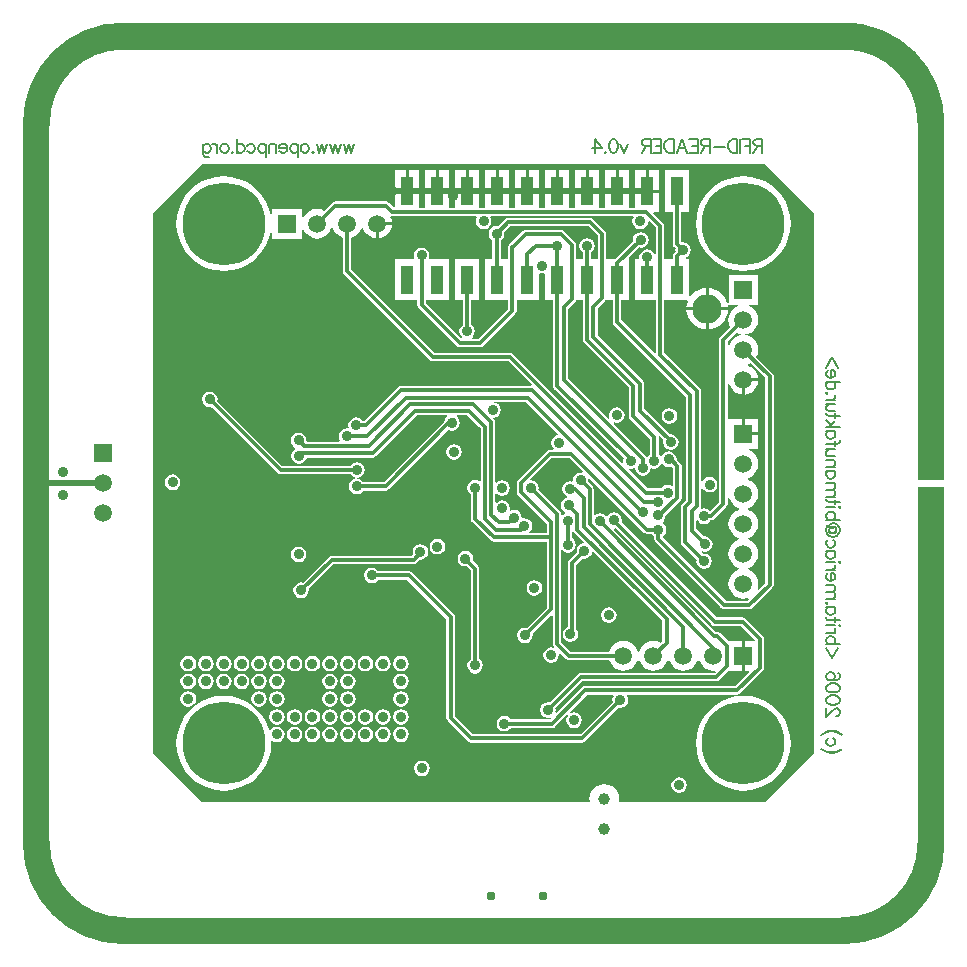
<source format=gbr>
%FSLAX23Y23*%
%MOIN*%
G70*
G01*
G75*
G04 Layer_Physical_Order=4*
G04 Layer_Color=16711680*
%ADD10C,0.089*%
%ADD11R,0.031X0.039*%
%ADD12R,0.012X0.059*%
%ADD13R,0.059X0.012*%
%ADD14R,0.043X0.039*%
%ADD15R,0.039X0.043*%
%ADD16R,0.087X0.043*%
%ADD17R,0.039X0.039*%
%ADD18R,0.043X0.087*%
%ADD19C,0.047*%
%ADD20R,0.079X0.098*%
%ADD21R,0.098X0.055*%
%ADD22R,0.118X0.055*%
%ADD23R,0.020X0.098*%
%ADD24R,0.039X0.024*%
%ADD25R,0.039X0.020*%
%ADD26R,0.051X0.059*%
%ADD27R,0.094X0.102*%
%ADD28R,0.079X0.020*%
%ADD29R,0.217X0.079*%
%ADD30R,0.059X0.051*%
%ADD31R,0.134X0.069*%
%ADD32R,0.041X0.069*%
%ADD33R,0.041X0.069*%
%ADD34R,0.047X0.024*%
%ADD35R,0.106X0.063*%
%ADD36R,0.079X0.114*%
%ADD37C,0.020*%
%ADD38C,0.012*%
%ADD39C,0.039*%
%ADD40C,0.008*%
%ADD41R,2.402X0.089*%
%ADD42R,0.089X2.411*%
%ADD43R,0.089X1.191*%
%ADD44C,0.098*%
%ADD45R,0.059X0.059*%
%ADD46C,0.059*%
%ADD47C,0.031*%
%ADD48C,0.039*%
%ADD49C,0.276*%
%ADD50C,0.035*%
%ADD51R,0.039X0.098*%
G36*
X2677Y2474D02*
Y675D01*
X2514Y512D01*
X2029D01*
X2025Y516D01*
X2026Y523D01*
X2025Y536D01*
X2020Y548D01*
X2012Y558D01*
X2002Y566D01*
X1990Y571D01*
X1977Y573D01*
X1964Y571D01*
X1952Y566D01*
X1942Y558D01*
X1934Y548D01*
X1929Y536D01*
X1927Y523D01*
X1928Y516D01*
X1925Y512D01*
X636D01*
X472Y675D01*
Y2474D01*
X472Y2474D01*
X472D01*
X472Y2474D01*
X636Y2638D01*
X2514D01*
X2677Y2474D01*
D02*
G37*
%LPC*%
G36*
X827Y941D02*
X817Y939D01*
X808Y934D01*
X803Y925D01*
X801Y915D01*
X803Y905D01*
X808Y897D01*
X817Y891D01*
X827Y889D01*
X837Y891D01*
X845Y897D01*
X851Y905D01*
X853Y915D01*
X851Y925D01*
X845Y934D01*
X837Y939D01*
X827Y941D01*
D02*
G37*
G36*
X768D02*
X758Y939D01*
X749Y934D01*
X744Y925D01*
X742Y915D01*
X744Y905D01*
X749Y897D01*
X758Y891D01*
X768Y889D01*
X778Y891D01*
X786Y897D01*
X792Y905D01*
X794Y915D01*
X792Y925D01*
X786Y934D01*
X778Y939D01*
X768Y941D01*
D02*
G37*
G36*
X886D02*
X876Y939D01*
X867Y934D01*
X862Y925D01*
X860Y915D01*
X862Y905D01*
X867Y897D01*
X876Y891D01*
X886Y889D01*
X896Y891D01*
X904Y897D01*
X910Y905D01*
X912Y915D01*
X910Y925D01*
X904Y934D01*
X896Y939D01*
X886Y941D01*
D02*
G37*
G36*
X1122D02*
X1112Y939D01*
X1104Y934D01*
X1098Y925D01*
X1096Y915D01*
X1098Y905D01*
X1104Y897D01*
X1112Y891D01*
X1122Y889D01*
X1132Y891D01*
X1140Y897D01*
X1146Y905D01*
X1148Y915D01*
X1146Y925D01*
X1140Y934D01*
X1132Y939D01*
X1122Y941D01*
D02*
G37*
G36*
X1063D02*
X1053Y939D01*
X1045Y934D01*
X1039Y925D01*
X1037Y915D01*
X1039Y905D01*
X1045Y897D01*
X1053Y891D01*
X1063Y889D01*
X1073Y891D01*
X1081Y897D01*
X1087Y905D01*
X1089Y915D01*
X1087Y925D01*
X1081Y934D01*
X1073Y939D01*
X1063Y941D01*
D02*
G37*
G36*
X709D02*
X699Y939D01*
X690Y934D01*
X685Y925D01*
X683Y915D01*
X685Y905D01*
X690Y897D01*
X699Y891D01*
X709Y889D01*
X719Y891D01*
X727Y897D01*
X733Y905D01*
X735Y915D01*
X733Y925D01*
X727Y934D01*
X719Y939D01*
X709Y941D01*
D02*
G37*
G36*
X1122Y882D02*
X1112Y880D01*
X1104Y875D01*
X1098Y866D01*
X1096Y856D01*
X1098Y846D01*
X1104Y838D01*
X1112Y832D01*
X1122Y830D01*
X1132Y832D01*
X1140Y838D01*
X1146Y846D01*
X1148Y856D01*
X1146Y866D01*
X1140Y875D01*
X1132Y880D01*
X1122Y882D01*
D02*
G37*
G36*
X1063D02*
X1053Y880D01*
X1045Y875D01*
X1039Y866D01*
X1037Y856D01*
X1039Y846D01*
X1045Y838D01*
X1053Y832D01*
X1063Y830D01*
X1073Y832D01*
X1081Y838D01*
X1087Y846D01*
X1089Y856D01*
X1087Y866D01*
X1081Y875D01*
X1073Y880D01*
X1063Y882D01*
D02*
G37*
G36*
X1299D02*
X1289Y880D01*
X1281Y875D01*
X1275Y866D01*
X1273Y856D01*
X1275Y846D01*
X1281Y838D01*
X1289Y832D01*
X1299Y830D01*
X1309Y832D01*
X1318Y838D01*
X1323Y846D01*
X1325Y856D01*
X1323Y866D01*
X1318Y875D01*
X1309Y880D01*
X1299Y882D01*
D02*
G37*
G36*
X650Y941D02*
X640Y939D01*
X631Y934D01*
X626Y925D01*
X624Y915D01*
X626Y905D01*
X631Y897D01*
X640Y891D01*
X650Y889D01*
X660Y891D01*
X668Y897D01*
X674Y905D01*
X676Y915D01*
X674Y925D01*
X668Y934D01*
X660Y939D01*
X650Y941D01*
D02*
G37*
G36*
X591D02*
X581Y939D01*
X572Y934D01*
X566Y925D01*
X564Y915D01*
X566Y905D01*
X572Y897D01*
X581Y891D01*
X591Y889D01*
X601Y891D01*
X609Y897D01*
X615Y905D01*
X617Y915D01*
X615Y925D01*
X609Y934D01*
X601Y939D01*
X591Y941D01*
D02*
G37*
G36*
X886Y1001D02*
X876Y999D01*
X867Y993D01*
X862Y984D01*
X860Y974D01*
X862Y964D01*
X867Y956D01*
X876Y950D01*
X886Y948D01*
X896Y950D01*
X904Y956D01*
X910Y964D01*
X912Y974D01*
X910Y984D01*
X904Y993D01*
X896Y999D01*
X886Y1001D01*
D02*
G37*
G36*
X827D02*
X817Y999D01*
X808Y993D01*
X803Y984D01*
X801Y974D01*
X803Y964D01*
X808Y956D01*
X817Y950D01*
X827Y948D01*
X837Y950D01*
X845Y956D01*
X851Y964D01*
X853Y974D01*
X851Y984D01*
X845Y993D01*
X837Y999D01*
X827Y1001D01*
D02*
G37*
G36*
X945D02*
X935Y999D01*
X926Y993D01*
X921Y984D01*
X919Y974D01*
X921Y964D01*
X926Y956D01*
X935Y950D01*
X945Y948D01*
X955Y950D01*
X963Y956D01*
X969Y964D01*
X971Y974D01*
X969Y984D01*
X963Y993D01*
X955Y999D01*
X945Y1001D01*
D02*
G37*
G36*
X1063D02*
X1053Y999D01*
X1045Y993D01*
X1039Y984D01*
X1037Y974D01*
X1039Y964D01*
X1045Y956D01*
X1053Y950D01*
X1063Y948D01*
X1073Y950D01*
X1081Y956D01*
X1087Y964D01*
X1089Y974D01*
X1087Y984D01*
X1081Y993D01*
X1073Y999D01*
X1063Y1001D01*
D02*
G37*
G36*
X1004D02*
X994Y999D01*
X985Y993D01*
X980Y984D01*
X978Y974D01*
X980Y964D01*
X985Y956D01*
X994Y950D01*
X1004Y948D01*
X1014Y950D01*
X1022Y956D01*
X1028Y964D01*
X1030Y974D01*
X1028Y984D01*
X1022Y993D01*
X1014Y999D01*
X1004Y1001D01*
D02*
G37*
G36*
X768D02*
X758Y999D01*
X749Y993D01*
X744Y984D01*
X742Y974D01*
X744Y964D01*
X749Y956D01*
X758Y950D01*
X768Y948D01*
X778Y950D01*
X786Y956D01*
X792Y964D01*
X794Y974D01*
X792Y984D01*
X786Y993D01*
X778Y999D01*
X768Y1001D01*
D02*
G37*
G36*
X1514Y1350D02*
X1504Y1348D01*
X1495Y1342D01*
X1490Y1334D01*
X1488Y1324D01*
X1490Y1314D01*
X1495Y1305D01*
X1504Y1300D01*
X1514Y1298D01*
X1518Y1299D01*
X1533Y1284D01*
Y989D01*
X1529Y986D01*
X1523Y978D01*
X1521Y968D01*
X1523Y958D01*
X1529Y949D01*
X1537Y943D01*
X1547Y941D01*
X1557Y943D01*
X1566Y949D01*
X1571Y958D01*
X1573Y968D01*
X1571Y978D01*
X1566Y986D01*
X1561Y989D01*
Y1289D01*
X1560Y1295D01*
X1557Y1299D01*
X1539Y1318D01*
X1540Y1324D01*
X1538Y1334D01*
X1532Y1342D01*
X1524Y1348D01*
X1514Y1350D01*
D02*
G37*
G36*
X1299Y941D02*
X1289Y939D01*
X1281Y934D01*
X1275Y925D01*
X1273Y915D01*
X1275Y905D01*
X1281Y897D01*
X1289Y891D01*
X1299Y889D01*
X1309Y891D01*
X1318Y897D01*
X1323Y905D01*
X1325Y915D01*
X1323Y925D01*
X1318Y934D01*
X1309Y939D01*
X1299Y941D01*
D02*
G37*
G36*
X591Y1001D02*
X581Y999D01*
X572Y993D01*
X566Y984D01*
X564Y974D01*
X566Y964D01*
X572Y956D01*
X581Y950D01*
X591Y948D01*
X601Y950D01*
X609Y956D01*
X615Y964D01*
X617Y974D01*
X615Y984D01*
X609Y993D01*
X601Y999D01*
X591Y1001D01*
D02*
G37*
G36*
X709D02*
X699Y999D01*
X690Y993D01*
X685Y984D01*
X683Y974D01*
X685Y964D01*
X690Y956D01*
X699Y950D01*
X709Y948D01*
X719Y950D01*
X727Y956D01*
X733Y964D01*
X735Y974D01*
X733Y984D01*
X727Y993D01*
X719Y999D01*
X709Y1001D01*
D02*
G37*
G36*
X650D02*
X640Y999D01*
X631Y993D01*
X626Y984D01*
X624Y974D01*
X626Y964D01*
X631Y956D01*
X640Y950D01*
X650Y948D01*
X660Y950D01*
X668Y956D01*
X674Y964D01*
X676Y974D01*
X674Y984D01*
X668Y993D01*
X660Y999D01*
X650Y1001D01*
D02*
G37*
G36*
X1122Y764D02*
X1112Y762D01*
X1104Y757D01*
X1098Y748D01*
X1096Y738D01*
X1098Y728D01*
X1104Y720D01*
X1112Y714D01*
X1122Y712D01*
X1132Y714D01*
X1140Y720D01*
X1146Y728D01*
X1148Y738D01*
X1146Y748D01*
X1140Y757D01*
X1132Y762D01*
X1122Y764D01*
D02*
G37*
G36*
X1063D02*
X1053Y762D01*
X1045Y757D01*
X1039Y748D01*
X1037Y738D01*
X1039Y728D01*
X1045Y720D01*
X1053Y714D01*
X1063Y712D01*
X1073Y714D01*
X1081Y720D01*
X1087Y728D01*
X1089Y738D01*
X1087Y748D01*
X1081Y757D01*
X1073Y762D01*
X1063Y764D01*
D02*
G37*
G36*
X1181D02*
X1171Y762D01*
X1163Y757D01*
X1157Y748D01*
X1155Y738D01*
X1157Y728D01*
X1163Y720D01*
X1171Y714D01*
X1181Y712D01*
X1191Y714D01*
X1200Y720D01*
X1205Y728D01*
X1207Y738D01*
X1205Y748D01*
X1200Y757D01*
X1191Y762D01*
X1181Y764D01*
D02*
G37*
G36*
X1299D02*
X1289Y762D01*
X1281Y757D01*
X1275Y748D01*
X1273Y738D01*
X1275Y728D01*
X1281Y720D01*
X1289Y714D01*
X1299Y712D01*
X1309Y714D01*
X1318Y720D01*
X1323Y728D01*
X1325Y738D01*
X1323Y748D01*
X1318Y757D01*
X1309Y762D01*
X1299Y764D01*
D02*
G37*
G36*
X1240D02*
X1230Y762D01*
X1222Y757D01*
X1216Y748D01*
X1214Y738D01*
X1216Y728D01*
X1222Y720D01*
X1230Y714D01*
X1240Y712D01*
X1250Y714D01*
X1259Y720D01*
X1264Y728D01*
X1266Y738D01*
X1264Y748D01*
X1259Y757D01*
X1250Y762D01*
X1240Y764D01*
D02*
G37*
G36*
X1004D02*
X994Y762D01*
X985Y757D01*
X980Y748D01*
X978Y738D01*
X980Y728D01*
X985Y720D01*
X994Y714D01*
X1004Y712D01*
X1014Y714D01*
X1022Y720D01*
X1028Y728D01*
X1030Y738D01*
X1028Y748D01*
X1022Y757D01*
X1014Y762D01*
X1004Y764D01*
D02*
G37*
G36*
X2441Y867D02*
X2416Y865D01*
X2392Y859D01*
X2369Y849D01*
X2348Y836D01*
X2329Y820D01*
X2313Y802D01*
X2300Y780D01*
X2291Y757D01*
X2285Y733D01*
X2283Y709D01*
X2285Y684D01*
X2291Y660D01*
X2300Y637D01*
X2313Y616D01*
X2329Y597D01*
X2348Y581D01*
X2369Y568D01*
X2392Y558D01*
X2416Y553D01*
X2441Y551D01*
X2466Y553D01*
X2490Y558D01*
X2513Y568D01*
X2534Y581D01*
X2553Y597D01*
X2569Y616D01*
X2582Y637D01*
X2591Y660D01*
X2597Y684D01*
X2599Y709D01*
X2597Y733D01*
X2591Y757D01*
X2582Y780D01*
X2569Y802D01*
X2553Y820D01*
X2534Y836D01*
X2513Y849D01*
X2490Y859D01*
X2466Y865D01*
X2441Y867D01*
D02*
G37*
G36*
X2227Y595D02*
X2217Y593D01*
X2209Y587D01*
X2203Y579D01*
X2201Y569D01*
X2203Y559D01*
X2209Y550D01*
X2217Y545D01*
X2227Y543D01*
X2237Y545D01*
X2246Y550D01*
X2251Y559D01*
X2253Y569D01*
X2251Y579D01*
X2246Y587D01*
X2237Y593D01*
X2227Y595D01*
D02*
G37*
G36*
X1369Y651D02*
X1359Y649D01*
X1351Y643D01*
X1345Y635D01*
X1343Y625D01*
X1345Y615D01*
X1351Y607D01*
X1359Y601D01*
X1369Y599D01*
X1379Y601D01*
X1388Y607D01*
X1393Y615D01*
X1395Y625D01*
X1393Y635D01*
X1388Y643D01*
X1379Y649D01*
X1369Y651D01*
D02*
G37*
G36*
X945Y764D02*
X935Y762D01*
X926Y757D01*
X921Y748D01*
X919Y738D01*
X921Y728D01*
X926Y720D01*
X935Y714D01*
X945Y712D01*
X955Y714D01*
X963Y720D01*
X969Y728D01*
X971Y738D01*
X969Y748D01*
X963Y757D01*
X955Y762D01*
X945Y764D01*
D02*
G37*
G36*
X709Y867D02*
X684Y865D01*
X660Y859D01*
X637Y849D01*
X616Y836D01*
X597Y820D01*
X581Y802D01*
X568Y780D01*
X558Y757D01*
X553Y733D01*
X551Y709D01*
X553Y684D01*
X558Y660D01*
X568Y637D01*
X581Y616D01*
X597Y597D01*
X616Y581D01*
X637Y568D01*
X660Y558D01*
X684Y553D01*
X709Y551D01*
X733Y553D01*
X757Y558D01*
X780Y568D01*
X802Y581D01*
X820Y597D01*
X836Y616D01*
X849Y637D01*
X859Y660D01*
X865Y684D01*
X867Y709D01*
X866Y715D01*
X870Y718D01*
X876Y714D01*
X886Y712D01*
X896Y714D01*
X904Y720D01*
X910Y728D01*
X912Y738D01*
X910Y748D01*
X904Y757D01*
X896Y762D01*
X886Y764D01*
X876Y762D01*
X867Y757D01*
X865Y753D01*
X860Y754D01*
X859Y757D01*
X849Y780D01*
X836Y802D01*
X820Y820D01*
X802Y836D01*
X780Y849D01*
X757Y859D01*
X733Y865D01*
X709Y867D01*
D02*
G37*
G36*
X1299Y823D02*
X1289Y821D01*
X1281Y816D01*
X1275Y807D01*
X1273Y797D01*
X1275Y787D01*
X1281Y779D01*
X1289Y773D01*
X1299Y771D01*
X1309Y773D01*
X1318Y779D01*
X1323Y787D01*
X1325Y797D01*
X1323Y807D01*
X1318Y816D01*
X1309Y821D01*
X1299Y823D01*
D02*
G37*
G36*
X1240D02*
X1230Y821D01*
X1222Y816D01*
X1216Y807D01*
X1214Y797D01*
X1216Y787D01*
X1222Y779D01*
X1230Y773D01*
X1240Y771D01*
X1250Y773D01*
X1259Y779D01*
X1264Y787D01*
X1266Y797D01*
X1264Y807D01*
X1259Y816D01*
X1250Y821D01*
X1240Y823D01*
D02*
G37*
G36*
X591Y882D02*
X581Y880D01*
X572Y875D01*
X566Y866D01*
X564Y856D01*
X566Y846D01*
X572Y838D01*
X581Y832D01*
X591Y830D01*
X601Y832D01*
X609Y838D01*
X615Y846D01*
X617Y856D01*
X615Y866D01*
X609Y875D01*
X601Y880D01*
X591Y882D01*
D02*
G37*
G36*
X886D02*
X876Y880D01*
X867Y875D01*
X862Y866D01*
X860Y856D01*
X862Y846D01*
X867Y838D01*
X876Y832D01*
X886Y830D01*
X896Y832D01*
X904Y838D01*
X910Y846D01*
X912Y856D01*
X910Y866D01*
X904Y875D01*
X896Y880D01*
X886Y882D01*
D02*
G37*
G36*
X827D02*
X817Y880D01*
X808Y875D01*
X803Y866D01*
X801Y856D01*
X803Y846D01*
X808Y838D01*
X817Y832D01*
X827Y830D01*
X837Y832D01*
X845Y838D01*
X851Y846D01*
X853Y856D01*
X851Y866D01*
X845Y875D01*
X837Y880D01*
X827Y882D01*
D02*
G37*
G36*
X1181Y823D02*
X1171Y821D01*
X1163Y816D01*
X1157Y807D01*
X1155Y797D01*
X1157Y787D01*
X1163Y779D01*
X1171Y773D01*
X1181Y771D01*
X1191Y773D01*
X1200Y779D01*
X1205Y787D01*
X1207Y797D01*
X1205Y807D01*
X1200Y816D01*
X1191Y821D01*
X1181Y823D01*
D02*
G37*
G36*
X945D02*
X935Y821D01*
X926Y816D01*
X921Y807D01*
X919Y797D01*
X921Y787D01*
X926Y779D01*
X935Y773D01*
X945Y771D01*
X955Y773D01*
X963Y779D01*
X969Y787D01*
X971Y797D01*
X969Y807D01*
X963Y816D01*
X955Y821D01*
X945Y823D01*
D02*
G37*
G36*
X886D02*
X876Y821D01*
X867Y816D01*
X862Y807D01*
X860Y797D01*
X862Y787D01*
X867Y779D01*
X876Y773D01*
X886Y771D01*
X896Y773D01*
X904Y779D01*
X910Y787D01*
X912Y797D01*
X910Y807D01*
X904Y816D01*
X896Y821D01*
X886Y823D01*
D02*
G37*
G36*
X1004D02*
X994Y821D01*
X985Y816D01*
X980Y807D01*
X978Y797D01*
X980Y787D01*
X985Y779D01*
X994Y773D01*
X1004Y771D01*
X1014Y773D01*
X1022Y779D01*
X1028Y787D01*
X1030Y797D01*
X1028Y807D01*
X1022Y816D01*
X1014Y821D01*
X1004Y823D01*
D02*
G37*
G36*
X1122D02*
X1112Y821D01*
X1104Y816D01*
X1098Y807D01*
X1096Y797D01*
X1098Y787D01*
X1104Y779D01*
X1112Y773D01*
X1122Y771D01*
X1132Y773D01*
X1140Y779D01*
X1146Y787D01*
X1148Y797D01*
X1146Y807D01*
X1140Y816D01*
X1132Y821D01*
X1122Y823D01*
D02*
G37*
G36*
X1063D02*
X1053Y821D01*
X1045Y816D01*
X1039Y807D01*
X1037Y797D01*
X1039Y787D01*
X1045Y779D01*
X1053Y773D01*
X1063Y771D01*
X1073Y773D01*
X1081Y779D01*
X1087Y787D01*
X1089Y797D01*
X1087Y807D01*
X1081Y816D01*
X1073Y821D01*
X1063Y823D01*
D02*
G37*
G36*
X1122Y1001D02*
X1112Y999D01*
X1104Y993D01*
X1098Y984D01*
X1096Y974D01*
X1098Y964D01*
X1104Y956D01*
X1112Y950D01*
X1122Y948D01*
X1132Y950D01*
X1140Y956D01*
X1146Y964D01*
X1148Y974D01*
X1146Y984D01*
X1140Y993D01*
X1132Y999D01*
X1122Y1001D01*
D02*
G37*
G36*
X1459Y2618D02*
X1425D01*
Y2554D01*
X1459D01*
Y2618D01*
D02*
G37*
G36*
X1415D02*
X1381D01*
Y2554D01*
X1415D01*
Y2618D01*
D02*
G37*
G36*
X1515D02*
X1481D01*
Y2554D01*
X1515D01*
Y2618D01*
D02*
G37*
G36*
X1615D02*
X1581D01*
Y2554D01*
X1615D01*
Y2618D01*
D02*
G37*
G36*
X1559D02*
X1525D01*
Y2554D01*
X1559D01*
Y2618D01*
D02*
G37*
G36*
X2441Y2599D02*
X2416Y2597D01*
X2392Y2591D01*
X2369Y2582D01*
X2348Y2569D01*
X2329Y2553D01*
X2313Y2534D01*
X2300Y2513D01*
X2291Y2490D01*
X2285Y2466D01*
X2283Y2441D01*
X2285Y2416D01*
X2291Y2392D01*
X2300Y2369D01*
X2313Y2348D01*
X2329Y2329D01*
X2348Y2313D01*
X2369Y2300D01*
X2392Y2291D01*
X2416Y2285D01*
X2441Y2283D01*
X2466Y2285D01*
X2490Y2291D01*
X2513Y2300D01*
X2534Y2313D01*
X2553Y2329D01*
X2569Y2348D01*
X2582Y2369D01*
X2591Y2392D01*
X2597Y2416D01*
X2599Y2441D01*
X2597Y2466D01*
X2591Y2490D01*
X2582Y2513D01*
X2569Y2534D01*
X2553Y2553D01*
X2534Y2569D01*
X2513Y2582D01*
X2490Y2591D01*
X2466Y2597D01*
X2441Y2599D01*
D02*
G37*
G36*
X2389Y2152D02*
X2325D01*
Y2089D01*
X2334Y2090D01*
X2346Y2094D01*
X2358Y2100D01*
X2369Y2109D01*
X2378Y2119D01*
X2384Y2131D01*
X2388Y2144D01*
X2389Y2152D01*
D02*
G37*
G36*
X2259Y2618D02*
X2181D01*
Y2480D01*
X2206D01*
Y2372D01*
X2206Y2372D01*
X2206Y2372D01*
X2207Y2367D01*
X2210Y2362D01*
X2215Y2358D01*
X2214Y2352D01*
X2215Y2347D01*
X2210Y2342D01*
X2207Y2338D01*
X2206Y2332D01*
Y2323D01*
X2181D01*
X2181Y2323D01*
D01*
D01*
X2181Y2323D01*
D01*
X2181Y2323D01*
X2177D01*
Y2433D01*
X2176Y2438D01*
X2173Y2443D01*
Y2443D01*
D01*
D01*
D01*
X2173D01*
X2173D01*
Y2443D01*
D01*
D01*
D01*
D01*
X2173D01*
D01*
D01*
D01*
X2173D01*
X2141Y2476D01*
X2143Y2480D01*
X2159D01*
Y2544D01*
X2081D01*
Y2494D01*
X2059D01*
Y2544D01*
X1981D01*
Y2494D01*
X1959D01*
Y2544D01*
X1881D01*
Y2494D01*
X1859D01*
Y2544D01*
X1781D01*
Y2494D01*
X1759D01*
Y2544D01*
X1681D01*
Y2494D01*
X1659D01*
Y2544D01*
X1581D01*
Y2494D01*
X1559D01*
Y2544D01*
X1481D01*
Y2494D01*
X1459D01*
Y2544D01*
X1381D01*
Y2494D01*
X1359D01*
Y2544D01*
X1281D01*
Y2497D01*
X1276Y2495D01*
X1260Y2511D01*
X1255Y2514D01*
X1250Y2515D01*
X1080D01*
X1075Y2514D01*
X1070Y2511D01*
X1044Y2484D01*
X1033Y2489D01*
X1020Y2491D01*
X1007Y2489D01*
X995Y2484D01*
X985Y2476D01*
X977Y2466D01*
X974Y2459D01*
X969Y2460D01*
Y2489D01*
X871D01*
Y2452D01*
X866Y2452D01*
X865Y2466D01*
X859Y2490D01*
X849Y2513D01*
X836Y2534D01*
X820Y2553D01*
X802Y2569D01*
X780Y2582D01*
X757Y2591D01*
X733Y2597D01*
X709Y2599D01*
X684Y2597D01*
X660Y2591D01*
X637Y2582D01*
X616Y2569D01*
X597Y2553D01*
X581Y2534D01*
X568Y2513D01*
X558Y2490D01*
X553Y2466D01*
X551Y2441D01*
X553Y2416D01*
X558Y2392D01*
X568Y2369D01*
X581Y2348D01*
X597Y2329D01*
X616Y2313D01*
X637Y2300D01*
X660Y2291D01*
X684Y2285D01*
X709Y2283D01*
X733Y2285D01*
X757Y2291D01*
X780Y2300D01*
X802Y2313D01*
X820Y2329D01*
X836Y2348D01*
X849Y2369D01*
X859Y2392D01*
X865Y2416D01*
X866Y2430D01*
X871Y2430D01*
Y2391D01*
X969D01*
Y2422D01*
X974Y2423D01*
X977Y2416D01*
X985Y2406D01*
X995Y2398D01*
X1007Y2393D01*
X1020Y2391D01*
X1033Y2393D01*
X1045Y2398D01*
X1055Y2406D01*
X1063Y2416D01*
X1067Y2427D01*
X1072D01*
X1077Y2416D01*
X1085Y2406D01*
X1095Y2398D01*
X1106Y2393D01*
Y2283D01*
X1107Y2277D01*
X1110Y2273D01*
X1396Y1986D01*
X1401Y1983D01*
X1406Y1982D01*
X1658D01*
X1735Y1905D01*
X1733Y1901D01*
X1301D01*
X1296Y1900D01*
X1291Y1897D01*
X1177Y1783D01*
X1171D01*
X1168Y1787D01*
X1160Y1793D01*
X1150Y1795D01*
X1140Y1793D01*
X1132Y1787D01*
X1126Y1779D01*
X1124Y1769D01*
X1125Y1761D01*
X1122Y1758D01*
X1118Y1758D01*
X1108Y1756D01*
X1100Y1751D01*
X1094Y1742D01*
X1092Y1732D01*
X1094Y1722D01*
X1097Y1718D01*
X1094Y1714D01*
X987D01*
X984Y1718D01*
X984Y1718D01*
X982Y1728D01*
X976Y1736D01*
X968Y1742D01*
X958Y1744D01*
X948Y1742D01*
X939Y1736D01*
X933Y1728D01*
X932Y1718D01*
X933Y1708D01*
X939Y1700D01*
X947Y1694D01*
Y1690D01*
X947Y1689D01*
X942Y1686D01*
X936Y1677D01*
X934Y1667D01*
X936Y1657D01*
X942Y1649D01*
X950Y1643D01*
X960Y1641D01*
X970Y1643D01*
X978Y1649D01*
X984Y1657D01*
X985Y1661D01*
X1206D01*
X1211Y1662D01*
X1216Y1665D01*
X1353Y1803D01*
X1454D01*
X1456Y1798D01*
X1451Y1795D01*
X1445Y1787D01*
X1444Y1781D01*
X1242Y1579D01*
X1173D01*
X1170Y1583D01*
X1162Y1589D01*
X1153Y1591D01*
X1153Y1593D01*
X1163Y1595D01*
X1171Y1601D01*
X1177Y1609D01*
X1179Y1619D01*
X1177Y1629D01*
X1171Y1638D01*
X1163Y1643D01*
X1153Y1645D01*
X1143Y1643D01*
X1135Y1638D01*
X1132Y1633D01*
X904D01*
X687Y1850D01*
X688Y1855D01*
X686Y1865D01*
X680Y1874D01*
X672Y1879D01*
X662Y1881D01*
X652Y1879D01*
X643Y1874D01*
X638Y1865D01*
X636Y1855D01*
X638Y1845D01*
X643Y1837D01*
X652Y1831D01*
X662Y1829D01*
X667Y1830D01*
X888Y1609D01*
X888D01*
X888Y1609D01*
X888D01*
Y1609D01*
Y1609D01*
X888Y1609D01*
Y1609D01*
X893Y1606D01*
X898Y1605D01*
X1132D01*
X1135Y1601D01*
X1143Y1595D01*
X1145Y1595D01*
Y1590D01*
X1142Y1589D01*
X1133Y1583D01*
X1127Y1575D01*
X1125Y1565D01*
X1127Y1555D01*
X1133Y1547D01*
X1142Y1541D01*
X1152Y1539D01*
X1162Y1541D01*
X1170Y1547D01*
X1173Y1551D01*
X1248D01*
X1253Y1552D01*
X1258Y1555D01*
Y1555D01*
X1258D01*
D01*
D01*
D01*
D01*
D01*
D01*
X1258D01*
D01*
X1258D01*
Y1555D01*
D01*
D01*
D01*
D01*
Y1555D01*
D01*
D01*
D01*
Y1555D01*
D01*
D01*
X1258D01*
D01*
D01*
D01*
X1457Y1754D01*
X1460Y1752D01*
X1469Y1750D01*
X1479Y1752D01*
X1488Y1758D01*
X1494Y1767D01*
X1496Y1777D01*
X1494Y1787D01*
X1488Y1795D01*
X1483Y1798D01*
X1485Y1803D01*
X1521D01*
X1559Y1764D01*
X1559D01*
Y1764D01*
X1566Y1758D01*
Y1584D01*
X1561Y1582D01*
X1556Y1585D01*
X1546Y1587D01*
X1536Y1585D01*
X1528Y1579D01*
X1522Y1571D01*
X1520Y1561D01*
X1522Y1551D01*
X1528Y1543D01*
X1532Y1540D01*
Y1457D01*
X1533Y1451D01*
X1536Y1447D01*
X1598Y1385D01*
X1603Y1382D01*
X1608Y1381D01*
X1785D01*
Y1160D01*
X1718Y1093D01*
X1713Y1094D01*
X1703Y1092D01*
X1694Y1086D01*
X1688Y1078D01*
X1687Y1068D01*
X1688Y1058D01*
X1694Y1049D01*
X1703Y1044D01*
X1713Y1042D01*
X1723Y1044D01*
X1731Y1049D01*
X1737Y1058D01*
X1739Y1068D01*
X1738Y1073D01*
X1800Y1136D01*
X1805Y1134D01*
Y1041D01*
X1806Y1036D01*
X1809Y1031D01*
X1809Y1031D01*
X1807Y1027D01*
X1800Y1028D01*
X1790Y1026D01*
X1782Y1021D01*
X1776Y1012D01*
X1774Y1002D01*
X1776Y992D01*
X1782Y984D01*
X1790Y978D01*
X1800Y976D01*
X1810Y978D01*
X1818Y984D01*
X1824Y992D01*
X1826Y1002D01*
X1825Y1009D01*
X1829Y1011D01*
X1850Y990D01*
X1850Y990D01*
X1850D01*
X1850Y990D01*
D01*
X1850D01*
D01*
D01*
Y990D01*
Y990D01*
X1850Y990D01*
D01*
D01*
X1850D01*
Y990D01*
X1855Y987D01*
X1860Y986D01*
X1993D01*
X1998Y975D01*
X2006Y965D01*
X2016Y957D01*
X2028Y952D01*
X2041Y950D01*
X2054Y952D01*
X2066Y957D01*
X2076Y965D01*
X2084Y975D01*
X2088Y986D01*
X2093D01*
X2098Y975D01*
X2106Y965D01*
X2116Y957D01*
X2128Y952D01*
X2141Y950D01*
X2154Y952D01*
X2166Y957D01*
X2176Y965D01*
X2184Y975D01*
X2188Y986D01*
X2193D01*
X2198Y975D01*
X2206Y965D01*
X2216Y957D01*
X2228Y952D01*
X2241Y950D01*
X2254Y952D01*
X2266Y957D01*
X2276Y965D01*
X2284Y975D01*
X2288Y986D01*
X2293D01*
X2298Y975D01*
X2306Y965D01*
X2316Y957D01*
X2328Y952D01*
X2341Y950D01*
X2346Y951D01*
X2348Y947D01*
X2345Y943D01*
X1899D01*
X1893Y942D01*
X1889Y939D01*
X1795Y845D01*
X1789Y846D01*
X1779Y844D01*
X1771Y838D01*
X1765Y830D01*
X1763Y820D01*
X1765Y810D01*
X1771Y801D01*
X1779Y796D01*
X1789Y794D01*
X1797Y795D01*
X1800Y791D01*
X1796Y788D01*
X1665D01*
X1662Y792D01*
X1654Y798D01*
X1644Y800D01*
X1634Y798D01*
X1625Y792D01*
X1620Y784D01*
X1618Y774D01*
X1620Y764D01*
X1625Y755D01*
X1634Y750D01*
X1644Y748D01*
X1654Y750D01*
X1662Y755D01*
X1665Y760D01*
X1802D01*
X1808Y761D01*
X1812Y764D01*
X1853Y805D01*
X1857Y801D01*
X1853Y795D01*
X1851Y785D01*
X1853Y775D01*
X1859Y767D01*
X1867Y761D01*
X1877Y759D01*
X1887Y761D01*
X1895Y767D01*
X1901Y775D01*
X1903Y785D01*
X1901Y795D01*
X1895Y804D01*
X1887Y810D01*
X1877Y812D01*
X1867Y810D01*
X1861Y806D01*
X1858Y809D01*
X1919Y871D01*
X2007D01*
X2009Y866D01*
X2006Y862D01*
X2004Y852D01*
X2005Y847D01*
X1898Y739D01*
X1538D01*
X1479Y799D01*
Y1130D01*
X1478Y1135D01*
X1475Y1140D01*
X1336Y1278D01*
X1332Y1281D01*
X1326Y1282D01*
X1224D01*
X1221Y1286D01*
X1212Y1292D01*
X1202Y1294D01*
X1192Y1292D01*
X1184Y1286D01*
X1178Y1278D01*
X1176Y1268D01*
X1178Y1258D01*
X1184Y1250D01*
X1192Y1244D01*
X1202Y1242D01*
X1212Y1244D01*
X1221Y1250D01*
X1224Y1254D01*
X1321D01*
X1451Y1124D01*
Y793D01*
X1452Y788D01*
X1455Y783D01*
X1523Y715D01*
X1527Y712D01*
X1532Y711D01*
X1904D01*
X1909Y712D01*
X1913Y715D01*
X2025Y827D01*
X2031Y826D01*
X2040Y828D01*
X2049Y834D01*
X2055Y842D01*
X2057Y852D01*
X2055Y862D01*
X2052Y866D01*
X2054Y871D01*
X2420D01*
X2426Y872D01*
X2430Y875D01*
Y875D01*
X2430D01*
D01*
D01*
D01*
D01*
D01*
D01*
X2430D01*
D01*
X2430D01*
Y875D01*
D01*
D01*
D01*
D01*
Y875D01*
D01*
D01*
D01*
Y875D01*
D01*
D01*
X2430D01*
D01*
D01*
D01*
X2506Y951D01*
X2509Y955D01*
X2510Y961D01*
Y1056D01*
X2509Y1061D01*
X2506Y1066D01*
D01*
D01*
D01*
X2506Y1066D01*
X2506Y1066D01*
D01*
D01*
D01*
X2506Y1066D01*
D01*
X2448Y1124D01*
X2443Y1127D01*
X2438Y1128D01*
X2352D01*
X2035Y1446D01*
X2036Y1452D01*
X2034Y1462D01*
X2028Y1470D01*
X2020Y1476D01*
X2010Y1478D01*
X2000Y1476D01*
X1991Y1470D01*
X1988Y1465D01*
X1983D01*
X1981Y1468D01*
X1973Y1474D01*
X1963Y1476D01*
X1953Y1474D01*
X1947Y1470D01*
X1942Y1472D01*
Y1555D01*
X1941Y1560D01*
X1938Y1565D01*
X1923Y1580D01*
X1924Y1586D01*
X1923Y1591D01*
X1927Y1593D01*
X2109Y1411D01*
D01*
D01*
X2109D01*
X2109Y1411D01*
X2109Y1411D01*
X2109D01*
D01*
D01*
X2109D01*
D01*
D01*
Y1411D01*
Y1411D01*
X2109Y1411D01*
Y1411D01*
X2114Y1408D01*
X2119Y1407D01*
X2136D01*
X2139Y1403D01*
X2143Y1400D01*
Y1390D01*
X2143Y1390D01*
X2143Y1390D01*
X2145Y1384D01*
X2148Y1380D01*
X2367Y1160D01*
D01*
D01*
X2367D01*
X2367Y1160D01*
X2367Y1160D01*
X2367D01*
D01*
D01*
X2367D01*
D01*
D01*
Y1160D01*
Y1160D01*
X2367Y1160D01*
Y1160D01*
X2372Y1157D01*
X2377Y1156D01*
X2461D01*
X2466Y1157D01*
X2471Y1160D01*
X2537Y1227D01*
X2541Y1232D01*
X2542Y1237D01*
D01*
D01*
D01*
D01*
D01*
X2542D01*
D01*
D01*
D01*
Y1237D01*
X2542D01*
D01*
Y1237D01*
D01*
D01*
D01*
D01*
D01*
D01*
D01*
D01*
D01*
D01*
D01*
D01*
Y1237D01*
D01*
X2542D01*
D01*
D01*
D01*
D01*
X2542Y1237D01*
Y1933D01*
X2541Y1939D01*
X2537Y1943D01*
X2484Y1996D01*
X2489Y2007D01*
X2491Y2020D01*
X2489Y2033D01*
X2484Y2045D01*
X2476Y2055D01*
X2466Y2063D01*
X2454Y2068D01*
X2441Y2070D01*
X2428Y2068D01*
X2416Y2063D01*
X2406Y2055D01*
X2398Y2045D01*
X2393Y2033D01*
X2388Y2033D01*
Y2047D01*
X2417Y2077D01*
X2428Y2072D01*
X2441Y2070D01*
X2454Y2072D01*
X2466Y2077D01*
X2476Y2085D01*
X2484Y2095D01*
X2489Y2107D01*
X2491Y2120D01*
X2489Y2133D01*
X2484Y2145D01*
X2476Y2155D01*
X2466Y2163D01*
X2459Y2166D01*
X2460Y2171D01*
X2490D01*
Y2269D01*
X2392D01*
Y2175D01*
X2387Y2175D01*
X2384Y2184D01*
X2378Y2196D01*
X2369Y2206D01*
X2358Y2215D01*
X2346Y2221D01*
X2334Y2225D01*
X2325Y2226D01*
Y2162D01*
X2389D01*
X2388Y2167D01*
X2391Y2171D01*
X2392Y2171D01*
X2392Y2171D01*
X2392Y2171D01*
X2422D01*
X2423Y2166D01*
X2416Y2163D01*
X2406Y2155D01*
X2398Y2145D01*
X2393Y2133D01*
X2391Y2120D01*
X2393Y2107D01*
X2397Y2096D01*
X2364Y2063D01*
X2361Y2058D01*
X2360Y2053D01*
Y1513D01*
X2331Y1484D01*
X2328Y1484D01*
X2320Y1490D01*
X2310Y1492D01*
X2303Y1490D01*
X2298Y1494D01*
X2299Y1499D01*
Y1559D01*
X2304Y1560D01*
X2309Y1552D01*
X2318Y1547D01*
X2328Y1545D01*
X2338Y1547D01*
X2346Y1552D01*
X2352Y1561D01*
X2354Y1571D01*
X2352Y1581D01*
X2346Y1589D01*
X2338Y1595D01*
X2328Y1597D01*
X2318Y1595D01*
X2309Y1589D01*
X2304Y1582D01*
X2299Y1583D01*
Y1882D01*
X2298Y1887D01*
X2295Y1892D01*
X2295Y1892D01*
X2295D01*
D01*
X2295Y1892D01*
Y1892D01*
X2177Y2010D01*
Y2185D01*
X2181Y2185D01*
X2181D01*
Y2185D01*
D01*
D01*
D01*
X2252D01*
X2255Y2181D01*
X2252Y2171D01*
X2251Y2162D01*
X2315D01*
Y2226D01*
X2306Y2225D01*
X2294Y2221D01*
X2282Y2215D01*
X2271Y2206D01*
X2264Y2198D01*
X2259Y2200D01*
Y2323D01*
X2248D01*
X2248Y2328D01*
X2250Y2328D01*
X2258Y2334D01*
X2264Y2342D01*
X2266Y2352D01*
X2264Y2362D01*
X2258Y2371D01*
X2250Y2376D01*
X2240Y2378D01*
X2238Y2378D01*
X2234Y2381D01*
Y2480D01*
X2259D01*
Y2618D01*
D02*
G37*
G36*
X1359D02*
X1325D01*
Y2554D01*
X1359D01*
Y2618D01*
D02*
G37*
G36*
X1315D02*
X1281D01*
Y2554D01*
X1315D01*
Y2618D01*
D02*
G37*
G36*
X1659D02*
X1625D01*
Y2554D01*
X1659D01*
Y2618D01*
D02*
G37*
G36*
X2015D02*
X1981D01*
Y2554D01*
X2015D01*
Y2618D01*
D02*
G37*
G36*
X1959D02*
X1925D01*
Y2554D01*
X1959D01*
Y2618D01*
D02*
G37*
G36*
X2059D02*
X2025D01*
Y2554D01*
X2059D01*
Y2618D01*
D02*
G37*
G36*
X2159D02*
X2125D01*
Y2554D01*
X2159D01*
Y2618D01*
D02*
G37*
G36*
X2115D02*
X2081D01*
Y2554D01*
X2115D01*
Y2618D01*
D02*
G37*
G36*
X1759D02*
X1725D01*
Y2554D01*
X1759D01*
Y2618D01*
D02*
G37*
G36*
X1715D02*
X1681D01*
Y2554D01*
X1715D01*
Y2618D01*
D02*
G37*
G36*
X1815D02*
X1781D01*
Y2554D01*
X1815D01*
Y2618D01*
D02*
G37*
G36*
X1915D02*
X1881D01*
Y2554D01*
X1915D01*
Y2618D01*
D02*
G37*
G36*
X1859D02*
X1825D01*
Y2554D01*
X1859D01*
Y2618D01*
D02*
G37*
G36*
X1421Y1390D02*
X1411Y1388D01*
X1403Y1383D01*
X1397Y1374D01*
X1395Y1364D01*
X1397Y1354D01*
X1403Y1346D01*
X1411Y1340D01*
X1421Y1338D01*
X1431Y1340D01*
X1440Y1346D01*
X1445Y1354D01*
X1447Y1364D01*
X1445Y1374D01*
X1440Y1383D01*
X1431Y1388D01*
X1421Y1390D01*
D02*
G37*
G36*
X1364Y1373D02*
X1354Y1371D01*
X1346Y1365D01*
X1340Y1356D01*
X1338Y1346D01*
X1340Y1338D01*
X1336Y1334D01*
X1068D01*
X1063Y1333D01*
X1058Y1330D01*
X972Y1244D01*
X967Y1245D01*
X957Y1243D01*
X948Y1237D01*
X942Y1228D01*
X940Y1219D01*
X942Y1209D01*
X948Y1200D01*
X957Y1194D01*
X967Y1192D01*
X977Y1194D01*
X985Y1200D01*
X991Y1209D01*
X993Y1219D01*
X992Y1224D01*
X1074Y1306D01*
X1342D01*
X1347Y1307D01*
X1351Y1310D01*
Y1310D01*
X1351D01*
D01*
D01*
D01*
D01*
D01*
D01*
X1351D01*
D01*
X1351D01*
Y1310D01*
D01*
D01*
D01*
D01*
Y1310D01*
D01*
D01*
D01*
Y1310D01*
D01*
D01*
X1351D01*
D01*
D01*
D01*
X1362Y1321D01*
X1364Y1320D01*
X1374Y1322D01*
X1383Y1328D01*
X1388Y1336D01*
X1390Y1346D01*
X1388Y1356D01*
X1383Y1365D01*
X1374Y1371D01*
X1364Y1373D01*
D02*
G37*
G36*
X1476Y1706D02*
X1466Y1704D01*
X1458Y1699D01*
X1452Y1690D01*
X1450Y1680D01*
X1452Y1670D01*
X1458Y1662D01*
X1466Y1656D01*
X1476Y1654D01*
X1486Y1656D01*
X1495Y1662D01*
X1500Y1670D01*
X1502Y1680D01*
X1500Y1690D01*
X1495Y1699D01*
X1486Y1704D01*
X1476Y1706D01*
D02*
G37*
G36*
X538Y1605D02*
X528Y1603D01*
X520Y1597D01*
X514Y1589D01*
X512Y1579D01*
X514Y1569D01*
X520Y1560D01*
X528Y1554D01*
X538Y1552D01*
X548Y1554D01*
X556Y1560D01*
X562Y1569D01*
X564Y1579D01*
X562Y1589D01*
X556Y1597D01*
X548Y1603D01*
X538Y1605D01*
D02*
G37*
G36*
X958Y1364D02*
X948Y1362D01*
X940Y1356D01*
X934Y1348D01*
X932Y1338D01*
X934Y1328D01*
X940Y1319D01*
X948Y1313D01*
X958Y1312D01*
X968Y1313D01*
X977Y1319D01*
X982Y1328D01*
X984Y1338D01*
X982Y1348D01*
X977Y1356D01*
X968Y1362D01*
X958Y1364D01*
D02*
G37*
G36*
X1240Y1001D02*
X1230Y999D01*
X1222Y993D01*
X1216Y984D01*
X1214Y974D01*
X1216Y964D01*
X1222Y956D01*
X1230Y950D01*
X1240Y948D01*
X1250Y950D01*
X1259Y956D01*
X1264Y964D01*
X1266Y974D01*
X1264Y984D01*
X1259Y993D01*
X1250Y999D01*
X1240Y1001D01*
D02*
G37*
G36*
X1181D02*
X1171Y999D01*
X1163Y993D01*
X1157Y984D01*
X1155Y974D01*
X1157Y964D01*
X1163Y956D01*
X1171Y950D01*
X1181Y948D01*
X1191Y950D01*
X1200Y956D01*
X1205Y964D01*
X1207Y974D01*
X1205Y984D01*
X1200Y993D01*
X1191Y999D01*
X1181Y1001D01*
D02*
G37*
G36*
X1744Y1252D02*
X1734Y1250D01*
X1726Y1245D01*
X1720Y1236D01*
X1718Y1226D01*
X1720Y1216D01*
X1726Y1208D01*
X1734Y1202D01*
X1744Y1200D01*
X1754Y1202D01*
X1763Y1208D01*
X1768Y1216D01*
X1770Y1226D01*
X1768Y1236D01*
X1763Y1245D01*
X1754Y1250D01*
X1744Y1252D01*
D02*
G37*
G36*
X1299Y1001D02*
X1289Y999D01*
X1281Y993D01*
X1275Y984D01*
X1273Y974D01*
X1275Y964D01*
X1281Y956D01*
X1289Y950D01*
X1299Y948D01*
X1309Y950D01*
X1318Y956D01*
X1323Y964D01*
X1325Y974D01*
X1323Y984D01*
X1318Y993D01*
X1309Y999D01*
X1299Y1001D01*
D02*
G37*
G36*
X2315Y2152D02*
X2251D01*
X2252Y2144D01*
X2256Y2131D01*
X2262Y2119D01*
X2271Y2109D01*
X2282Y2100D01*
X2294Y2094D01*
X2306Y2090D01*
X2315Y2089D01*
Y2152D01*
D02*
G37*
%LPD*%
G36*
X1271Y2466D02*
X1551D01*
X1553Y2462D01*
X1551Y2458D01*
X1549Y2448D01*
X1551Y2438D01*
X1556Y2429D01*
X1565Y2424D01*
X1575Y2422D01*
X1585Y2424D01*
X1593Y2429D01*
X1599Y2438D01*
X1601Y2448D01*
X1599Y2458D01*
X1596Y2462D01*
X1599Y2466D01*
X2074D01*
X2076Y2462D01*
X2073Y2458D01*
X2071Y2448D01*
X2073Y2438D01*
X2079Y2429D01*
X2087Y2424D01*
X2097Y2422D01*
X2107Y2424D01*
X2116Y2429D01*
X2122Y2438D01*
X2123Y2447D01*
X2128Y2448D01*
X2149Y2427D01*
Y2338D01*
X2144Y2338D01*
X2144Y2339D01*
X2139Y2347D01*
X2130Y2353D01*
X2120Y2355D01*
X2110Y2353D01*
X2102Y2347D01*
X2096Y2339D01*
X2094Y2329D01*
X2094Y2327D01*
X2091Y2323D01*
X2081D01*
Y2185D01*
X2149D01*
Y2010D01*
X2145Y2008D01*
X2034Y2119D01*
Y2185D01*
X2059D01*
Y2323D01*
X2059Y2323D01*
X2059D01*
X2058Y2326D01*
X2093Y2362D01*
X2098Y2361D01*
X2108Y2363D01*
X2117Y2368D01*
X2123Y2377D01*
X2125Y2387D01*
X2123Y2397D01*
X2117Y2405D01*
X2108Y2411D01*
X2098Y2413D01*
X2088Y2411D01*
X2080Y2405D01*
X2074Y2397D01*
X2072Y2387D01*
X2073Y2382D01*
X2015Y2323D01*
X1984D01*
Y2407D01*
X1983Y2412D01*
X1980Y2417D01*
Y2417D01*
X1980Y2417D01*
X1980Y2417D01*
D01*
D01*
D01*
X1980Y2417D01*
D01*
X1941Y2456D01*
X1937Y2459D01*
X1931Y2460D01*
X1656D01*
X1651Y2459D01*
X1646Y2456D01*
X1623Y2433D01*
X1618Y2434D01*
X1608Y2432D01*
X1600Y2426D01*
X1594Y2417D01*
X1592Y2407D01*
X1594Y2397D01*
X1600Y2389D01*
X1604Y2386D01*
Y2323D01*
X1581D01*
Y2185D01*
X1657D01*
Y2156D01*
X1557Y2056D01*
X1537D01*
X1535Y2061D01*
X1538Y2063D01*
X1544Y2072D01*
X1546Y2082D01*
X1544Y2092D01*
X1538Y2100D01*
X1534Y2103D01*
Y2185D01*
X1559D01*
Y2323D01*
X1481D01*
Y2185D01*
X1506D01*
Y2103D01*
X1502Y2100D01*
X1496Y2092D01*
X1494Y2082D01*
X1496Y2072D01*
X1502Y2063D01*
X1505Y2061D01*
X1504Y2059D01*
X1499Y2058D01*
X1382Y2175D01*
Y2185D01*
X1459D01*
Y2323D01*
X1396D01*
X1393Y2327D01*
X1394Y2335D01*
X1392Y2345D01*
X1387Y2353D01*
X1378Y2359D01*
X1368Y2361D01*
X1358Y2359D01*
X1350Y2353D01*
X1344Y2345D01*
X1342Y2335D01*
X1344Y2327D01*
X1340Y2323D01*
X1281D01*
Y2185D01*
X1354D01*
Y2169D01*
X1354Y2169D01*
X1354D01*
X1355Y2164D01*
X1358Y2159D01*
X1485Y2032D01*
X1490Y2029D01*
X1495Y2028D01*
X1563D01*
X1568Y2029D01*
X1573Y2032D01*
X1681Y2141D01*
X1684Y2145D01*
X1685Y2151D01*
Y2185D01*
X1759D01*
Y2273D01*
X1763Y2277D01*
X1771Y2275D01*
X1777Y2276D01*
X1781Y2273D01*
Y2185D01*
X1806D01*
Y1900D01*
X1807Y1895D01*
X1810Y1891D01*
X2042Y1659D01*
X2040Y1651D01*
X2041Y1646D01*
X2036Y1644D01*
X1674Y2006D01*
X1670Y2009D01*
X1664Y2010D01*
X1412D01*
X1134Y2288D01*
Y2393D01*
X1145Y2398D01*
X1155Y2406D01*
X1163Y2416D01*
X1168Y2427D01*
X1173D01*
X1177Y2416D01*
X1185Y2406D01*
X1195Y2398D01*
X1207Y2393D01*
X1215Y2392D01*
Y2441D01*
X1220D01*
Y2446D01*
X1269D01*
X1268Y2454D01*
X1264Y2463D01*
X1267Y2467D01*
X1271Y2466D01*
D02*
G37*
G36*
X1877Y1411D02*
X1908Y1380D01*
X1906Y1376D01*
X1901Y1374D01*
X1893Y1369D01*
X1887Y1360D01*
X1885Y1350D01*
X1886Y1345D01*
X1859Y1318D01*
X1856Y1313D01*
X1855Y1308D01*
Y1096D01*
X1854Y1096D01*
X1846Y1090D01*
X1840Y1082D01*
X1838Y1072D01*
X1840Y1062D01*
X1846Y1053D01*
X1854Y1048D01*
X1864Y1046D01*
X1874Y1048D01*
X1883Y1053D01*
X1888Y1062D01*
X1890Y1072D01*
X1888Y1082D01*
X1883Y1090D01*
Y1302D01*
X1906Y1325D01*
X1911Y1324D01*
X1921Y1326D01*
X1930Y1332D01*
X1936Y1340D01*
X1937Y1345D01*
X1941Y1347D01*
X2110Y1178D01*
X2110D01*
Y1178D01*
X2171Y1117D01*
Y1050D01*
X2165Y1043D01*
X2154Y1048D01*
X2141Y1050D01*
X2128Y1048D01*
X2116Y1043D01*
X2106Y1035D01*
X2098Y1025D01*
X2093Y1014D01*
X2088D01*
X2084Y1025D01*
X2076Y1035D01*
X2066Y1043D01*
X2054Y1048D01*
X2041Y1050D01*
X2028Y1048D01*
X2016Y1043D01*
X2006Y1035D01*
X1998Y1025D01*
X1993Y1014D01*
X1866D01*
X1833Y1047D01*
Y1352D01*
X1838Y1353D01*
X1839Y1352D01*
X1847Y1346D01*
X1857Y1344D01*
X1867Y1346D01*
X1876Y1352D01*
X1881Y1360D01*
X1883Y1370D01*
X1881Y1380D01*
X1876Y1389D01*
X1869Y1393D01*
Y1414D01*
X1874Y1415D01*
X1877Y1411D01*
D02*
G37*
G36*
X2337Y1104D02*
D01*
X2337D01*
X2337Y1104D01*
X2337Y1104D01*
X2337D01*
D01*
X2337D01*
X2337Y1104D01*
Y1104D01*
X2337Y1104D01*
Y1104D01*
X2341Y1101D01*
X2346Y1100D01*
X2432D01*
X2478Y1054D01*
X2477Y1049D01*
X2446D01*
Y1000D01*
Y951D01*
X2460D01*
X2462Y946D01*
X2414Y899D01*
X1913D01*
X1908Y898D01*
X1903Y895D01*
X1818Y810D01*
X1814Y812D01*
X1815Y820D01*
X1814Y825D01*
X1904Y915D01*
X2350D01*
X2356Y916D01*
X2360Y919D01*
X2392Y951D01*
X2436D01*
Y1000D01*
Y1049D01*
X2392D01*
X2364Y1077D01*
X2360Y1080D01*
X2354Y1081D01*
X2354Y1081D01*
X2354D01*
D01*
Y1081D01*
X2354Y1081D01*
Y1081D01*
Y1081D01*
X2354D01*
X2354D01*
D01*
X2354D01*
D01*
Y1081D01*
D01*
D01*
D01*
D01*
X2350D01*
X2010Y1421D01*
X2011Y1424D01*
X2016Y1425D01*
X2337Y1104D01*
D02*
G37*
G36*
X1956Y2401D02*
Y2323D01*
X1934D01*
Y2346D01*
X1938Y2349D01*
X1944Y2357D01*
X1946Y2367D01*
X1944Y2377D01*
X1938Y2386D01*
X1930Y2391D01*
X1920Y2393D01*
X1910Y2391D01*
X1902Y2386D01*
X1896Y2377D01*
X1894Y2367D01*
X1896Y2357D01*
X1902Y2349D01*
X1906Y2346D01*
Y2323D01*
X1883D01*
Y2371D01*
X1882Y2376D01*
X1879Y2381D01*
X1844Y2416D01*
X1839Y2419D01*
X1834Y2421D01*
X1715D01*
X1709Y2419D01*
X1705Y2416D01*
X1664Y2376D01*
X1661Y2374D01*
X1658Y2370D01*
X1657Y2364D01*
Y2323D01*
X1632D01*
Y2386D01*
X1637Y2389D01*
X1642Y2397D01*
X1644Y2407D01*
X1643Y2413D01*
X1662Y2432D01*
X1925D01*
X1956Y2401D01*
D02*
G37*
G36*
X2514Y1928D02*
Y1243D01*
X2492Y1221D01*
X2488Y1224D01*
X2489Y1227D01*
X2491Y1240D01*
X2489Y1253D01*
X2484Y1265D01*
X2476Y1275D01*
X2466Y1283D01*
X2455Y1288D01*
Y1293D01*
X2466Y1297D01*
X2476Y1305D01*
X2484Y1315D01*
X2489Y1327D01*
X2491Y1340D01*
X2489Y1353D01*
X2484Y1365D01*
X2476Y1375D01*
X2466Y1383D01*
X2455Y1388D01*
Y1393D01*
X2466Y1397D01*
X2476Y1405D01*
X2484Y1415D01*
X2489Y1427D01*
X2491Y1440D01*
X2489Y1453D01*
X2484Y1465D01*
X2476Y1475D01*
X2466Y1483D01*
X2455Y1487D01*
Y1492D01*
X2466Y1497D01*
X2476Y1505D01*
X2484Y1515D01*
X2489Y1527D01*
X2491Y1540D01*
X2489Y1553D01*
X2484Y1565D01*
X2476Y1575D01*
X2466Y1583D01*
X2455Y1587D01*
Y1592D01*
X2466Y1597D01*
X2476Y1605D01*
X2484Y1615D01*
X2489Y1627D01*
X2491Y1640D01*
X2489Y1653D01*
X2484Y1665D01*
X2476Y1675D01*
X2466Y1683D01*
X2459Y1686D01*
X2460Y1691D01*
X2490D01*
Y1735D01*
X2441D01*
Y1740D01*
X2436D01*
Y1789D01*
X2392D01*
Y1789D01*
X2392D01*
X2388Y1793D01*
Y1907D01*
X2393Y1907D01*
X2398Y1895D01*
X2406Y1885D01*
X2416Y1877D01*
X2428Y1872D01*
X2436Y1871D01*
Y1920D01*
X2441D01*
Y1925D01*
X2490D01*
X2489Y1933D01*
X2484Y1945D01*
X2476Y1955D01*
X2466Y1963D01*
X2455Y1967D01*
X2455Y1972D01*
X2465Y1977D01*
X2514Y1928D01*
D02*
G37*
G36*
X1827Y1737D02*
X1827Y1737D01*
X1817Y1735D01*
X1808Y1729D01*
X1803Y1721D01*
X1801Y1711D01*
X1803Y1701D01*
X1808Y1692D01*
X1808Y1692D01*
X1807Y1687D01*
X1795D01*
X1790Y1686D01*
X1785Y1683D01*
X1689Y1587D01*
X1686Y1582D01*
X1685Y1577D01*
Y1546D01*
X1685Y1546D01*
X1685D01*
X1686Y1541D01*
X1689Y1536D01*
X1785Y1440D01*
Y1409D01*
X1729D01*
X1727Y1414D01*
X1729Y1415D01*
X1735Y1423D01*
X1737Y1433D01*
X1735Y1443D01*
X1729Y1452D01*
X1721Y1457D01*
X1711Y1459D01*
X1707Y1458D01*
X1703Y1461D01*
X1701Y1471D01*
X1696Y1479D01*
X1687Y1485D01*
X1677Y1487D01*
X1667Y1485D01*
X1666Y1484D01*
X1662Y1487D01*
X1663Y1492D01*
X1661Y1502D01*
X1655Y1511D01*
X1647Y1516D01*
X1637Y1518D01*
X1627Y1516D01*
X1618Y1511D01*
X1618Y1510D01*
X1613Y1512D01*
Y1539D01*
X1618Y1541D01*
X1618Y1541D01*
X1627Y1535D01*
X1637Y1533D01*
X1647Y1535D01*
X1655Y1541D01*
X1661Y1549D01*
X1663Y1559D01*
X1661Y1569D01*
X1655Y1578D01*
X1647Y1583D01*
X1637Y1585D01*
X1627Y1583D01*
X1618Y1578D01*
X1618Y1577D01*
X1613Y1579D01*
Y1779D01*
D01*
D01*
X1613D01*
X1613D01*
X1613Y1779D01*
X1613D01*
Y1779D01*
D01*
D01*
D01*
D01*
D01*
D01*
Y1779D01*
X1613D01*
D01*
D01*
D01*
D01*
D01*
D01*
D01*
D01*
X1613Y1779D01*
D01*
D01*
D01*
X1612Y1784D01*
X1609Y1788D01*
X1606Y1792D01*
X1606Y1794D01*
X1616Y1796D01*
X1625Y1801D01*
X1630Y1810D01*
X1632Y1820D01*
X1630Y1830D01*
X1625Y1838D01*
X1616Y1844D01*
X1606Y1846D01*
X1607Y1847D01*
X1717D01*
X1827Y1737D01*
D02*
G37*
G36*
X1906Y2054D02*
X1907Y2049D01*
X1910Y2044D01*
X2060Y1895D01*
Y1798D01*
X2060Y1798D01*
X2060D01*
X2061Y1793D01*
X2064Y1788D01*
X2130Y1723D01*
Y1672D01*
X2125Y1669D01*
X2122Y1664D01*
X2117D01*
X2117Y1664D01*
X2008Y1773D01*
X2010Y1778D01*
X2019Y1776D01*
X2029Y1778D01*
X2037Y1784D01*
X2043Y1792D01*
X2045Y1802D01*
X2043Y1812D01*
X2037Y1821D01*
X2029Y1826D01*
X2019Y1828D01*
X2009Y1826D01*
X2000Y1821D01*
X1995Y1812D01*
X1993Y1802D01*
X1994Y1794D01*
X1990Y1791D01*
X1857Y1925D01*
Y2157D01*
X1879Y2179D01*
X1882Y2184D01*
X1882Y2185D01*
X1906D01*
Y2054D01*
D02*
G37*
G36*
X2006Y2113D02*
X2007Y2107D01*
X2010Y2103D01*
X2250Y1863D01*
Y1518D01*
X2237Y1505D01*
X2234Y1500D01*
X2233Y1495D01*
Y1379D01*
X2234Y1374D01*
X2237Y1369D01*
X2285Y1321D01*
X2284Y1316D01*
X2286Y1306D01*
X2292Y1297D01*
X2300Y1292D01*
X2310Y1290D01*
X2320Y1292D01*
X2328Y1297D01*
X2334Y1306D01*
X2336Y1316D01*
X2334Y1326D01*
X2328Y1334D01*
X2320Y1340D01*
X2310Y1342D01*
X2305Y1341D01*
X2302Y1345D01*
X2304Y1349D01*
X2313Y1347D01*
X2323Y1349D01*
X2331Y1355D01*
X2337Y1363D01*
X2339Y1373D01*
X2337Y1383D01*
X2331Y1391D01*
X2323Y1397D01*
X2313Y1399D01*
X2309Y1398D01*
X2284Y1423D01*
Y1450D01*
X2289Y1452D01*
X2292Y1447D01*
X2300Y1441D01*
X2310Y1439D01*
X2320Y1441D01*
X2328Y1447D01*
X2331Y1452D01*
X2333D01*
X2338Y1453D01*
X2343Y1456D01*
X2384Y1497D01*
X2387Y1502D01*
X2388Y1507D01*
Y1527D01*
X2393Y1527D01*
X2398Y1515D01*
X2406Y1505D01*
X2416Y1497D01*
X2427Y1492D01*
Y1487D01*
X2416Y1483D01*
X2406Y1475D01*
X2398Y1465D01*
X2393Y1453D01*
X2391Y1440D01*
X2393Y1427D01*
X2398Y1415D01*
X2406Y1405D01*
X2416Y1397D01*
X2427Y1393D01*
Y1388D01*
X2416Y1383D01*
X2406Y1375D01*
X2398Y1365D01*
X2393Y1353D01*
X2391Y1340D01*
X2393Y1327D01*
X2398Y1315D01*
X2406Y1305D01*
X2416Y1297D01*
X2427Y1293D01*
Y1288D01*
X2416Y1283D01*
X2406Y1275D01*
X2398Y1265D01*
X2393Y1253D01*
X2391Y1240D01*
X2393Y1227D01*
X2398Y1215D01*
X2406Y1205D01*
X2416Y1197D01*
X2428Y1192D01*
X2441Y1190D01*
X2454Y1192D01*
X2457Y1193D01*
X2460Y1189D01*
X2455Y1184D01*
X2383D01*
X2172Y1396D01*
Y1400D01*
X2176Y1403D01*
X2182Y1411D01*
X2184Y1421D01*
X2182Y1431D01*
X2176Y1440D01*
X2172Y1442D01*
Y1447D01*
X2175Y1449D01*
X2181Y1458D01*
X2183Y1468D01*
X2182Y1469D01*
X2230Y1517D01*
X2233Y1521D01*
X2235Y1527D01*
Y1633D01*
X2233Y1638D01*
X2230Y1643D01*
X2219Y1654D01*
X2219Y1656D01*
X2217Y1665D01*
X2211Y1674D01*
X2203Y1680D01*
X2193Y1682D01*
X2183Y1680D01*
X2174Y1674D01*
X2169Y1666D01*
X2166D01*
X2164Y1666D01*
X2162Y1669D01*
X2158Y1672D01*
Y1728D01*
X2157Y1730D01*
X2162Y1733D01*
X2174Y1720D01*
X2173Y1713D01*
X2175Y1703D01*
X2181Y1694D01*
X2189Y1689D01*
X2199Y1687D01*
X2209Y1689D01*
X2217Y1694D01*
X2223Y1703D01*
X2225Y1713D01*
X2223Y1723D01*
X2217Y1731D01*
X2209Y1737D01*
X2199Y1739D01*
X2196Y1738D01*
X2111Y1823D01*
Y1907D01*
X2110Y1913D01*
X2107Y1917D01*
X2107Y1917D01*
X2107D01*
D01*
X2107Y1917D01*
Y1917D01*
X1955Y2070D01*
Y2158D01*
X1980Y2183D01*
X1981Y2185D01*
X2006D01*
Y2113D01*
D02*
G37*
G36*
X2173Y1640D02*
X2174Y1637D01*
X2183Y1631D01*
X2193Y1629D01*
X2202Y1631D01*
X2206Y1627D01*
Y1568D01*
X2202Y1565D01*
X2198Y1568D01*
X2188Y1570D01*
X2178Y1568D01*
X2170Y1562D01*
X2168Y1558D01*
X2122D01*
X2059Y1621D01*
X2062Y1625D01*
X2066Y1624D01*
X2076Y1626D01*
X2076Y1627D01*
X2081Y1625D01*
X2083Y1616D01*
X2088Y1608D01*
X2097Y1602D01*
X2107Y1600D01*
X2117Y1602D01*
X2125Y1608D01*
X2131Y1616D01*
X2133Y1625D01*
X2134Y1626D01*
X2144Y1624D01*
X2154Y1626D01*
X2162Y1632D01*
X2167Y1640D01*
X2170D01*
X2173Y1640D01*
D02*
G37*
G36*
X1905Y1615D02*
X1903Y1611D01*
X1898Y1612D01*
X1888Y1610D01*
X1879Y1604D01*
X1874Y1596D01*
X1872Y1586D01*
X1872Y1585D01*
X1868Y1581D01*
X1863Y1582D01*
X1853Y1580D01*
X1845Y1575D01*
X1839Y1566D01*
X1837Y1556D01*
X1839Y1546D01*
X1845Y1538D01*
X1853Y1532D01*
X1852Y1527D01*
X1848Y1526D01*
X1840Y1520D01*
X1834Y1512D01*
X1832Y1502D01*
X1834Y1492D01*
X1840Y1484D01*
X1847Y1479D01*
X1846Y1474D01*
X1845Y1474D01*
X1837Y1469D01*
X1833Y1471D01*
Y1472D01*
X1832Y1478D01*
X1829Y1482D01*
X1757Y1554D01*
X1758Y1559D01*
X1756Y1569D01*
X1751Y1578D01*
X1742Y1583D01*
X1732Y1585D01*
X1730Y1589D01*
X1801Y1659D01*
X1861D01*
X1905Y1615D01*
D02*
G37*
%LPC*%
G36*
X2490Y1915D02*
X2446D01*
Y1871D01*
X2454Y1872D01*
X2466Y1877D01*
X2476Y1885D01*
X2484Y1895D01*
X2489Y1907D01*
X2490Y1915D01*
D02*
G37*
G36*
X2194Y1825D02*
X2184Y1823D01*
X2175Y1818D01*
X2170Y1809D01*
X2168Y1799D01*
X2170Y1789D01*
X2175Y1781D01*
X2184Y1775D01*
X2194Y1773D01*
X2204Y1775D01*
X2212Y1781D01*
X2218Y1789D01*
X2220Y1799D01*
X2218Y1809D01*
X2212Y1818D01*
X2204Y1823D01*
X2194Y1825D01*
D02*
G37*
G36*
X2490Y1789D02*
X2446D01*
Y1745D01*
X2490D01*
Y1789D01*
D02*
G37*
G36*
X1269Y2436D02*
X1225D01*
Y2392D01*
X1233Y2393D01*
X1245Y2398D01*
X1255Y2406D01*
X1263Y2416D01*
X1268Y2428D01*
X1269Y2436D01*
D02*
G37*
G36*
X1992Y1162D02*
X1982Y1160D01*
X1974Y1154D01*
X1968Y1146D01*
X1966Y1136D01*
X1968Y1126D01*
X1974Y1117D01*
X1982Y1112D01*
X1992Y1110D01*
X2002Y1112D01*
X2011Y1117D01*
X2016Y1126D01*
X2018Y1136D01*
X2016Y1146D01*
X2011Y1154D01*
X2002Y1160D01*
X1992Y1162D01*
D02*
G37*
%LPD*%
D10*
X3066Y2776D02*
G03*
X2776Y3066I-290J0D01*
G01*
X374D02*
G03*
X84Y2776I0J-290D01*
G01*
X2776Y84D02*
G03*
X3066Y374I0J290D01*
G01*
X84D02*
G03*
X374Y84I290J0D01*
G01*
X374Y3066D02*
X2805D01*
D37*
X63Y1575D02*
X305D01*
X1271Y2549D02*
X2120D01*
X1270Y2550D02*
X1271Y2549D01*
X55Y1577D02*
X61D01*
X63Y1575D01*
D38*
X1514Y1323D02*
Y1324D01*
X1699Y1546D02*
Y1577D01*
Y1546D02*
X1799Y1446D01*
Y1155D02*
Y1395D01*
Y1395D02*
Y1446D01*
X1732Y1559D02*
X1819Y1472D01*
X1795Y1673D02*
X1867D01*
X1699Y1577D02*
X1795Y1673D01*
X1539Y1839D02*
X1566Y1812D01*
X1527Y1817D02*
X1569Y1774D01*
X1699Y1421D02*
X1711Y1433D01*
X1569Y1774D02*
X1580Y1764D01*
X1920Y2054D02*
X2074Y1901D01*
X2020Y2113D02*
X2264Y1869D01*
X2020Y2113D02*
Y2308D01*
X2074Y1798D02*
X2144Y1728D01*
X2074Y1798D02*
Y1901D01*
X2144Y1651D02*
Y1728D01*
X1843Y1919D02*
X2107Y1655D01*
Y1626D02*
Y1655D01*
X2264Y1512D02*
Y1869D01*
X2285Y1499D02*
Y1882D01*
X2163Y2004D02*
X2285Y1882D01*
X1913Y885D02*
X2420D01*
X1802Y774D02*
X1913Y885D01*
X1644Y774D02*
X1802D01*
X2528Y1237D02*
Y1933D01*
X2441Y2020D02*
X2528Y1933D01*
X2374Y1507D02*
Y2053D01*
X2441Y2120D01*
X2333Y1466D02*
X2374Y1507D01*
X2310Y1466D02*
X2333D01*
X2116Y1544D02*
X2186D01*
X2377Y1170D02*
X2461D01*
X2157Y1390D02*
X2377Y1170D01*
X2198Y1656D02*
X2220Y1633D01*
X2193Y1656D02*
X2198D01*
X2247Y1379D02*
X2310Y1316D01*
X2247Y1379D02*
Y1495D01*
X2264Y1512D01*
X2270Y1483D02*
X2285Y1499D01*
X2270Y1417D02*
Y1483D01*
X2103Y1480D02*
X2106D01*
X1722Y1861D02*
X2103Y1480D01*
X1855Y1372D02*
Y1450D01*
X1819Y1041D02*
X1860Y1000D01*
X1819Y1041D02*
Y1472D01*
X1869Y1308D02*
X1911Y1350D01*
X1887Y1421D02*
Y1472D01*
X1908Y1428D02*
Y1526D01*
X2241Y1000D02*
Y1096D01*
X1908Y1428D02*
X2241Y1096D01*
X1928Y1438D02*
Y1555D01*
Y1438D02*
X2341Y1025D01*
Y1000D02*
Y1025D01*
X898Y1619D02*
X1153D01*
X662Y1855D02*
X898Y1619D01*
X2066Y1651D02*
Y1655D01*
X1820Y1900D02*
X2066Y1655D01*
X2438Y1114D02*
X2496Y1056D01*
Y961D02*
Y1056D01*
X2420Y885D02*
X2496Y961D01*
X1120Y2283D02*
Y2441D01*
X2111Y1513D02*
X2156D01*
X1867Y1673D02*
X2119Y1421D01*
X2431Y2020D02*
X2441D01*
X2461Y1170D02*
X2528Y1237D01*
X2313Y1373D02*
Y1374D01*
X2270Y1417D02*
X2313Y1374D01*
X1020Y2441D02*
X1080Y2501D01*
X2220Y2372D02*
Y2549D01*
X958Y1718D02*
X976Y1700D01*
X960Y1667D02*
X968Y1675D01*
X1737Y1887D02*
X2111Y1513D01*
X1331Y1839D02*
X1539D01*
X976Y1700D02*
X1192D01*
X1331Y1839D01*
X1347Y1817D02*
X1527D01*
X968Y1675D02*
X1206D01*
X1347Y1817D01*
X1713Y1068D02*
X1799Y1155D01*
X2010Y1451D02*
Y1452D01*
Y1451D02*
X2346Y1114D01*
X2438D01*
X1963Y1449D02*
Y1450D01*
X1898Y1586D02*
X1928Y1555D01*
X1863Y1556D02*
X1878D01*
X1908Y1526D01*
X1858Y1501D02*
Y1502D01*
Y1501D02*
X1887Y1472D01*
X1869Y1077D02*
Y1308D01*
X1860Y1000D02*
X2041D01*
X1864Y1072D02*
X1869Y1077D01*
X1248Y1565D02*
X1461Y1778D01*
X1152Y1565D02*
X1248D01*
X1461Y1778D02*
X1468D01*
X1364Y1343D02*
Y1346D01*
X1342Y1320D02*
X1364Y1343D01*
X967Y1219D02*
X1068Y1320D01*
X1342D01*
X1532Y725D02*
X1904D01*
X1465Y793D02*
X1532Y725D01*
X1465Y793D02*
Y1130D01*
X1326Y1268D02*
X1465Y1130D01*
X1202Y1268D02*
X1326D01*
X1468Y1778D02*
X1475Y1785D01*
X2185Y1044D02*
Y1123D01*
X1887Y1421D02*
X2120Y1188D01*
X2120Y1188D02*
X2185Y1123D01*
X2156Y1468D02*
X2161D01*
X2220Y1527D01*
Y1633D01*
X2354Y1067D02*
X2387Y1034D01*
X2344Y1067D02*
X2354D01*
X1963Y1449D02*
X2344Y1067D01*
X2387Y966D02*
Y1034D01*
X2387Y966D02*
X2387D01*
X2350Y929D02*
X2387Y966D01*
X1899Y929D02*
X2350D01*
X1789Y820D02*
X1899Y929D01*
X1118Y1732D02*
X1186D01*
X1315Y1861D01*
X1722D01*
X1150Y1769D02*
X1183D01*
X1301Y1887D01*
X1737D01*
X1546Y1457D02*
X1608Y1395D01*
X1546Y1457D02*
Y1561D01*
X1608Y1395D02*
X1799D01*
X1580Y1457D02*
X1615Y1421D01*
X1699D01*
X1580Y1457D02*
Y1764D01*
X1514Y1323D02*
X1547Y1289D01*
Y968D02*
Y1289D01*
X1904Y725D02*
X2031Y852D01*
X2141Y1000D02*
X2185Y1044D01*
X1566Y1812D02*
X1599Y1779D01*
Y1470D02*
Y1779D01*
Y1470D02*
X1625Y1445D01*
X1658D02*
X1675Y1461D01*
X1625Y1445D02*
X1658D01*
X1675Y1461D02*
X1677D01*
X1677Y1462D01*
X1520Y2082D02*
Y2254D01*
X2157Y1390D02*
Y1421D01*
X2119D02*
X2159D01*
X1843Y2162D02*
X1869Y2189D01*
X1843Y1919D02*
Y2162D01*
X1672Y2364D02*
X1715Y2406D01*
X1563Y2042D02*
X1671Y2151D01*
X1495Y2042D02*
X1563D01*
X1368Y2169D02*
X1495Y2042D01*
X1368Y2169D02*
Y2335D01*
X1671Y2151D02*
Y2364D01*
X1920Y2054D02*
Y2367D01*
X2120Y2254D02*
Y2329D01*
X1834Y2406D02*
X1869Y2371D01*
X1715Y2406D02*
X1834D01*
X1869Y2189D02*
Y2371D01*
X1749Y2367D02*
X1820D01*
X1720Y2338D02*
X1749Y2367D01*
X1720Y2254D02*
Y2338D01*
X1820Y1900D02*
Y2367D01*
X2120Y2329D02*
X2120Y2329D01*
X2020Y2308D02*
X2098Y2387D01*
X1656Y2446D02*
X1931D01*
X1970Y2407D01*
X1618Y2407D02*
X1656Y2446D01*
X1271Y2480D02*
X2116D01*
X1250Y2501D02*
X1271Y2480D01*
X1080Y2501D02*
X1250D01*
X2116Y2480D02*
X2163Y2433D01*
Y2004D02*
Y2433D01*
X2220Y2372D02*
X2240Y2352D01*
X2220Y2254D02*
Y2332D01*
X2240Y2352D01*
X2199Y1713D02*
Y1715D01*
X2097Y1817D02*
Y1907D01*
X1941Y2064D02*
X2097Y1907D01*
X1941Y2064D02*
Y2164D01*
X1970Y2193D01*
Y2407D01*
X2097Y1817D02*
X2199Y1715D01*
X1618Y2256D02*
Y2407D01*
Y2256D02*
X1620Y2254D01*
X1120Y2283D02*
X1406Y1996D01*
X1664D01*
X2116Y1544D01*
D40*
X2770Y691D02*
X2766Y687D01*
X2760Y683D01*
X2751Y678D01*
X2740Y676D01*
X2732D01*
X2721Y678D01*
X2712Y683D01*
X2706Y687D01*
X2701Y691D01*
X2766Y687D02*
X2757Y683D01*
X2751Y680D01*
X2740Y678D01*
X2732D01*
X2721Y680D01*
X2714Y683D01*
X2706Y687D01*
X2740Y726D02*
X2745Y721D01*
X2747Y717D01*
Y711D01*
X2745Y706D01*
X2740Y702D01*
X2734Y700D01*
X2729D01*
X2723Y702D01*
X2719Y706D01*
X2717Y711D01*
Y717D01*
X2719Y721D01*
X2723Y726D01*
X2770Y735D02*
X2766Y740D01*
X2760Y744D01*
X2751Y748D01*
X2740Y751D01*
X2732D01*
X2721Y748D01*
X2712Y744D01*
X2706Y740D01*
X2701Y735D01*
X2766Y740D02*
X2757Y744D01*
X2751Y746D01*
X2740Y748D01*
X2732D01*
X2721Y746D01*
X2714Y744D01*
X2706Y740D01*
X2751Y799D02*
X2753D01*
X2757Y801D01*
X2760Y804D01*
X2762Y808D01*
Y817D01*
X2760Y821D01*
X2757Y823D01*
X2753Y825D01*
X2749D01*
X2745Y823D01*
X2738Y819D01*
X2717Y797D01*
Y827D01*
X2762Y850D02*
X2760Y844D01*
X2753Y840D01*
X2742Y837D01*
X2736D01*
X2725Y840D01*
X2719Y844D01*
X2717Y850D01*
Y855D01*
X2719Y861D01*
X2725Y865D01*
X2736Y868D01*
X2742D01*
X2753Y865D01*
X2760Y861D01*
X2762Y855D01*
Y850D01*
Y891D02*
X2760Y884D01*
X2753Y880D01*
X2742Y878D01*
X2736D01*
X2725Y880D01*
X2719Y884D01*
X2717Y891D01*
Y895D01*
X2719Y901D01*
X2725Y906D01*
X2736Y908D01*
X2742D01*
X2753Y906D01*
X2760Y901D01*
X2762Y895D01*
Y891D01*
X2755Y944D02*
X2760Y942D01*
X2762Y935D01*
Y931D01*
X2760Y924D01*
X2753Y920D01*
X2742Y918D01*
X2732D01*
X2723Y920D01*
X2719Y924D01*
X2717Y931D01*
Y933D01*
X2719Y940D01*
X2723Y944D01*
X2729Y946D01*
X2732D01*
X2738Y944D01*
X2742Y940D01*
X2745Y933D01*
Y931D01*
X2742Y924D01*
X2738Y920D01*
X2732Y918D01*
X2755Y1026D02*
X2736Y992D01*
X2717Y1026D01*
X2762Y1039D02*
X2717D01*
X2740D02*
X2745Y1043D01*
X2747Y1048D01*
Y1054D01*
X2745Y1058D01*
X2740Y1063D01*
X2734Y1065D01*
X2729D01*
X2723Y1063D01*
X2719Y1058D01*
X2717Y1054D01*
Y1048D01*
X2719Y1043D01*
X2723Y1039D01*
X2747Y1075D02*
X2717D01*
X2734D02*
X2740Y1077D01*
X2745Y1081D01*
X2747Y1085D01*
Y1092D01*
X2762Y1100D02*
X2760Y1102D01*
X2762Y1104D01*
X2764Y1102D01*
X2762Y1100D01*
X2747Y1102D02*
X2717D01*
X2762Y1119D02*
X2725D01*
X2719Y1121D01*
X2717Y1125D01*
Y1130D01*
X2747Y1112D02*
Y1128D01*
Y1162D02*
X2717D01*
X2740D02*
X2745Y1158D01*
X2747Y1153D01*
Y1147D01*
X2745Y1143D01*
X2740Y1138D01*
X2734Y1136D01*
X2729D01*
X2723Y1138D01*
X2719Y1143D01*
X2717Y1147D01*
Y1153D01*
X2719Y1158D01*
X2723Y1162D01*
X2721Y1176D02*
X2719Y1174D01*
X2717Y1176D01*
X2719Y1178D01*
X2721Y1176D01*
X2747Y1188D02*
X2717D01*
X2738D02*
X2745Y1195D01*
X2747Y1199D01*
Y1206D01*
X2745Y1210D01*
X2738Y1212D01*
X2717D01*
X2738D02*
X2745Y1219D01*
X2747Y1223D01*
Y1229D01*
X2745Y1234D01*
X2738Y1236D01*
X2717D01*
X2734Y1250D02*
Y1276D01*
X2738D01*
X2742Y1274D01*
X2745Y1272D01*
X2747Y1267D01*
Y1261D01*
X2745Y1256D01*
X2740Y1252D01*
X2734Y1250D01*
X2729D01*
X2723Y1252D01*
X2719Y1256D01*
X2717Y1261D01*
Y1267D01*
X2719Y1272D01*
X2723Y1276D01*
X2747Y1286D02*
X2717D01*
X2734D02*
X2740Y1288D01*
X2745Y1292D01*
X2747Y1296D01*
Y1303D01*
X2762Y1311D02*
X2760Y1313D01*
X2762Y1316D01*
X2764Y1313D01*
X2762Y1311D01*
X2747Y1313D02*
X2717D01*
X2747Y1349D02*
X2717D01*
X2740D02*
X2745Y1345D01*
X2747Y1341D01*
Y1334D01*
X2745Y1330D01*
X2740Y1326D01*
X2734Y1323D01*
X2729D01*
X2723Y1326D01*
X2719Y1330D01*
X2717Y1334D01*
Y1341D01*
X2719Y1345D01*
X2723Y1349D01*
X2740Y1387D02*
X2745Y1383D01*
X2747Y1379D01*
Y1372D01*
X2745Y1368D01*
X2740Y1364D01*
X2734Y1361D01*
X2729D01*
X2723Y1364D01*
X2719Y1368D01*
X2717Y1372D01*
Y1379D01*
X2719Y1383D01*
X2723Y1387D01*
X2745Y1429D02*
X2749Y1427D01*
X2751Y1423D01*
Y1416D01*
X2749Y1412D01*
X2747Y1410D01*
X2740Y1408D01*
X2734D01*
X2729Y1410D01*
X2727Y1414D01*
Y1421D01*
X2729Y1425D01*
X2734Y1427D01*
X2751Y1416D02*
X2747Y1412D01*
X2740Y1410D01*
X2734D01*
X2729Y1412D01*
X2727Y1414D01*
X2751Y1429D02*
X2734Y1427D01*
X2729D01*
X2727Y1431D01*
Y1436D01*
X2732Y1440D01*
X2738Y1442D01*
X2742D01*
X2749Y1440D01*
X2753Y1438D01*
X2757Y1434D01*
X2760Y1429D01*
X2762Y1423D01*
Y1416D01*
X2760Y1410D01*
X2757Y1406D01*
X2753Y1401D01*
X2749Y1399D01*
X2742Y1397D01*
X2736D01*
X2729Y1399D01*
X2725Y1401D01*
X2721Y1406D01*
X2719Y1410D01*
X2717Y1416D01*
Y1423D01*
X2719Y1429D01*
X2721Y1434D01*
X2723Y1436D01*
X2751Y1431D02*
X2734Y1429D01*
X2729D01*
X2727Y1431D01*
X2762Y1454D02*
X2717D01*
X2740D02*
X2745Y1458D01*
X2747Y1463D01*
Y1469D01*
X2745Y1473D01*
X2740Y1478D01*
X2734Y1480D01*
X2729D01*
X2723Y1478D01*
X2719Y1473D01*
X2717Y1469D01*
Y1463D01*
X2719Y1458D01*
X2723Y1454D01*
X2762Y1494D02*
X2760Y1496D01*
X2762Y1498D01*
X2764Y1496D01*
X2762Y1494D01*
X2747Y1496D02*
X2717D01*
X2762Y1513D02*
X2725D01*
X2719Y1515D01*
X2717Y1519D01*
Y1523D01*
X2747Y1506D02*
Y1521D01*
Y1530D02*
X2717D01*
X2738D02*
X2745Y1536D01*
X2747Y1541D01*
Y1547D01*
X2745Y1551D01*
X2738Y1553D01*
X2717D01*
X2738D02*
X2745Y1560D01*
X2747Y1564D01*
Y1571D01*
X2745Y1575D01*
X2738Y1577D01*
X2717D01*
X2747Y1617D02*
X2717D01*
X2740D02*
X2745Y1613D01*
X2747Y1609D01*
Y1602D01*
X2745Y1598D01*
X2740Y1594D01*
X2734Y1591D01*
X2729D01*
X2723Y1594D01*
X2719Y1598D01*
X2717Y1602D01*
Y1609D01*
X2719Y1613D01*
X2723Y1617D01*
X2747Y1629D02*
X2717D01*
X2738D02*
X2745Y1636D01*
X2747Y1640D01*
Y1647D01*
X2745Y1651D01*
X2738Y1653D01*
X2717D01*
X2747Y1665D02*
X2725D01*
X2719Y1667D01*
X2717Y1671D01*
Y1678D01*
X2719Y1682D01*
X2725Y1689D01*
X2747D02*
X2717D01*
X2762Y1718D02*
Y1713D01*
X2760Y1709D01*
X2753Y1707D01*
X2717D01*
X2747Y1700D02*
Y1716D01*
Y1750D02*
X2717D01*
X2740D02*
X2745Y1746D01*
X2747Y1741D01*
Y1735D01*
X2745Y1731D01*
X2740Y1726D01*
X2734Y1724D01*
X2729D01*
X2723Y1726D01*
X2719Y1731D01*
X2717Y1735D01*
Y1741D01*
X2719Y1746D01*
X2723Y1750D01*
X2762Y1762D02*
X2717D01*
X2747Y1784D02*
X2725Y1762D01*
X2734Y1771D02*
X2717Y1786D01*
X2762Y1799D02*
X2725D01*
X2719Y1802D01*
X2717Y1806D01*
Y1810D01*
X2747Y1793D02*
Y1808D01*
Y1817D02*
X2725D01*
X2719Y1819D01*
X2717Y1823D01*
Y1830D01*
X2719Y1834D01*
X2725Y1840D01*
X2747D02*
X2717D01*
X2747Y1852D02*
X2717D01*
X2734D02*
X2740Y1854D01*
X2745Y1859D01*
X2747Y1863D01*
Y1869D01*
X2721Y1876D02*
X2719Y1874D01*
X2717Y1876D01*
X2719Y1878D01*
X2721Y1876D01*
X2762Y1914D02*
X2717D01*
X2740D02*
X2745Y1909D01*
X2747Y1905D01*
Y1899D01*
X2745Y1894D01*
X2740Y1890D01*
X2734Y1888D01*
X2729D01*
X2723Y1890D01*
X2719Y1894D01*
X2717Y1899D01*
Y1905D01*
X2719Y1909D01*
X2723Y1914D01*
X2734Y1926D02*
Y1952D01*
X2738D01*
X2742Y1949D01*
X2745Y1947D01*
X2747Y1943D01*
Y1937D01*
X2745Y1932D01*
X2740Y1928D01*
X2734Y1926D01*
X2729D01*
X2723Y1928D01*
X2719Y1932D01*
X2717Y1937D01*
Y1943D01*
X2719Y1947D01*
X2723Y1952D01*
X2755Y1961D02*
X2736Y1996D01*
X2717Y1961D01*
X1143Y2707D02*
X1134Y2677D01*
X1125Y2707D02*
X1134Y2677D01*
X1125Y2707D02*
X1117Y2677D01*
X1108Y2707D02*
X1117Y2677D01*
X1098Y2707D02*
X1089Y2677D01*
X1080Y2707D02*
X1089Y2677D01*
X1080Y2707D02*
X1072Y2677D01*
X1063Y2707D02*
X1072Y2677D01*
X1053Y2707D02*
X1044Y2677D01*
X1035Y2707D02*
X1044Y2677D01*
X1035Y2707D02*
X1027Y2677D01*
X1018Y2707D02*
X1027Y2677D01*
X1005Y2681D02*
X1008Y2679D01*
X1005Y2677D01*
X1003Y2679D01*
X1005Y2681D01*
X983Y2707D02*
X987Y2705D01*
X991Y2701D01*
X993Y2694D01*
Y2690D01*
X991Y2684D01*
X987Y2679D01*
X983Y2677D01*
X976D01*
X972Y2679D01*
X967Y2684D01*
X965Y2690D01*
Y2694D01*
X967Y2701D01*
X972Y2705D01*
X976Y2707D01*
X983D01*
X955D02*
Y2662D01*
Y2701D02*
X951Y2705D01*
X947Y2707D01*
X940D01*
X936Y2705D01*
X932Y2701D01*
X930Y2694D01*
Y2690D01*
X932Y2684D01*
X936Y2679D01*
X940Y2677D01*
X947D01*
X951Y2679D01*
X955Y2684D01*
X920Y2694D02*
X894D01*
Y2699D01*
X896Y2703D01*
X898Y2705D01*
X903Y2707D01*
X909D01*
X913Y2705D01*
X918Y2701D01*
X920Y2694D01*
Y2690D01*
X918Y2684D01*
X913Y2679D01*
X909Y2677D01*
X903D01*
X898Y2679D01*
X894Y2684D01*
X884Y2707D02*
Y2677D01*
Y2699D02*
X878Y2705D01*
X873Y2707D01*
X867D01*
X863Y2705D01*
X861Y2699D01*
Y2677D01*
X849Y2707D02*
Y2662D01*
Y2701D02*
X844Y2705D01*
X840Y2707D01*
X834D01*
X829Y2705D01*
X825Y2701D01*
X823Y2694D01*
Y2690D01*
X825Y2684D01*
X829Y2679D01*
X834Y2677D01*
X840D01*
X844Y2679D01*
X849Y2684D01*
X787Y2701D02*
X792Y2705D01*
X796Y2707D01*
X802D01*
X807Y2705D01*
X811Y2701D01*
X813Y2694D01*
Y2690D01*
X811Y2684D01*
X807Y2679D01*
X802Y2677D01*
X796D01*
X792Y2679D01*
X787Y2684D01*
X752Y2722D02*
Y2677D01*
Y2701D02*
X756Y2705D01*
X760Y2707D01*
X767D01*
X771Y2705D01*
X775Y2701D01*
X778Y2694D01*
Y2690D01*
X775Y2684D01*
X771Y2679D01*
X767Y2677D01*
X760D01*
X756Y2679D01*
X752Y2684D01*
X737Y2681D02*
X740Y2679D01*
X737Y2677D01*
X735Y2679D01*
X737Y2681D01*
X715Y2707D02*
X719Y2705D01*
X723Y2701D01*
X725Y2694D01*
Y2690D01*
X723Y2684D01*
X719Y2679D01*
X715Y2677D01*
X708D01*
X704Y2679D01*
X700Y2684D01*
X697Y2690D01*
Y2694D01*
X700Y2701D01*
X704Y2705D01*
X708Y2707D01*
X715D01*
X687D02*
Y2677D01*
Y2694D02*
X685Y2701D01*
X681Y2705D01*
X677Y2707D01*
X670D01*
X640D02*
Y2673D01*
X642Y2666D01*
X645Y2664D01*
X649Y2662D01*
X655D01*
X660Y2664D01*
X640Y2701D02*
X645Y2705D01*
X649Y2707D01*
X655D01*
X660Y2705D01*
X664Y2701D01*
X666Y2694D01*
Y2690D01*
X664Y2684D01*
X660Y2679D01*
X655Y2677D01*
X649D01*
X645Y2679D01*
X640Y2684D01*
X2504Y2722D02*
Y2677D01*
Y2722D02*
X2485D01*
X2478Y2720D01*
X2476Y2718D01*
X2474Y2714D01*
Y2709D01*
X2476Y2705D01*
X2478Y2703D01*
X2485Y2701D01*
X2504D01*
X2489D02*
X2474Y2677D01*
X2464Y2722D02*
Y2677D01*
Y2722D02*
X2436D01*
X2464Y2701D02*
X2446D01*
X2430Y2722D02*
Y2677D01*
X2421Y2722D02*
Y2677D01*
Y2722D02*
X2406D01*
X2399Y2720D01*
X2395Y2716D01*
X2393Y2712D01*
X2391Y2705D01*
Y2694D01*
X2393Y2688D01*
X2395Y2684D01*
X2399Y2679D01*
X2406Y2677D01*
X2421D01*
X2381Y2697D02*
X2342D01*
X2328Y2722D02*
Y2677D01*
Y2722D02*
X2309D01*
X2303Y2720D01*
X2300Y2718D01*
X2298Y2714D01*
Y2709D01*
X2300Y2705D01*
X2303Y2703D01*
X2309Y2701D01*
X2328D01*
X2313D02*
X2298Y2677D01*
X2260Y2722D02*
X2288D01*
Y2677D01*
X2260D01*
X2288Y2701D02*
X2271D01*
X2218Y2677D02*
X2235Y2722D01*
X2253Y2677D01*
X2246Y2692D02*
X2225D01*
X2208Y2722D02*
Y2677D01*
Y2722D02*
X2192D01*
X2186Y2720D01*
X2182Y2716D01*
X2180Y2712D01*
X2177Y2705D01*
Y2694D01*
X2180Y2688D01*
X2182Y2684D01*
X2186Y2679D01*
X2192Y2677D01*
X2208D01*
X2139Y2722D02*
X2167D01*
Y2677D01*
X2139D01*
X2167Y2701D02*
X2150D01*
X2132Y2722D02*
Y2677D01*
Y2722D02*
X2112D01*
X2106Y2720D01*
X2104Y2718D01*
X2102Y2714D01*
Y2709D01*
X2104Y2705D01*
X2106Y2703D01*
X2112Y2701D01*
X2132D01*
X2117D02*
X2102Y2677D01*
X2056Y2707D02*
X2043Y2677D01*
X2030Y2707D02*
X2043Y2677D01*
X2010Y2722D02*
X2016Y2720D01*
X2020Y2714D01*
X2023Y2703D01*
Y2697D01*
X2020Y2686D01*
X2016Y2679D01*
X2010Y2677D01*
X2005D01*
X1999Y2679D01*
X1995Y2686D01*
X1992Y2697D01*
Y2703D01*
X1995Y2714D01*
X1999Y2720D01*
X2005Y2722D01*
X2010D01*
X1980Y2681D02*
X1982Y2679D01*
X1980Y2677D01*
X1978Y2679D01*
X1980Y2681D01*
X1947Y2722D02*
X1968Y2692D01*
X1936D01*
X1947Y2722D02*
Y2677D01*
D41*
X1575Y84D02*
D03*
D42*
X84Y1570D02*
D03*
D43*
X3066Y2180D02*
D03*
Y969D02*
D03*
D44*
X2320Y2157D02*
D03*
D45*
X920Y2440D02*
D03*
X2441Y1740D02*
D03*
X305Y1675D02*
D03*
X2441Y1000D02*
D03*
Y2220D02*
D03*
D46*
X1020Y2441D02*
D03*
X1120D02*
D03*
X1220D02*
D03*
X2441Y1540D02*
D03*
Y1240D02*
D03*
Y1340D02*
D03*
Y1440D02*
D03*
Y1640D02*
D03*
Y1920D02*
D03*
Y2020D02*
D03*
X305Y1475D02*
D03*
Y1575D02*
D03*
X2341Y1000D02*
D03*
X2241D02*
D03*
X2141D02*
D03*
X2041D02*
D03*
X2441Y2120D02*
D03*
D47*
X1599Y199D02*
D03*
X1772D02*
D03*
D48*
X1977Y423D02*
D03*
Y523D02*
D03*
D49*
X2441Y2441D02*
D03*
X709D02*
D03*
X2441Y709D02*
D03*
X709D02*
D03*
D50*
X1637Y1559D02*
D03*
X1684Y1918D02*
D03*
X2194Y1799D02*
D03*
X2019Y1802D02*
D03*
X1299Y738D02*
D03*
X1240D02*
D03*
X1181D02*
D03*
X1122D02*
D03*
X1063D02*
D03*
X591Y856D02*
D03*
X827D02*
D03*
X1004Y738D02*
D03*
X945D02*
D03*
X886D02*
D03*
X591Y915D02*
D03*
X650D02*
D03*
X709D02*
D03*
X768D02*
D03*
X827D02*
D03*
X886D02*
D03*
Y856D02*
D03*
Y797D02*
D03*
X945D02*
D03*
X1004D02*
D03*
X1063D02*
D03*
Y856D02*
D03*
Y915D02*
D03*
X1122D02*
D03*
Y856D02*
D03*
Y797D02*
D03*
X1181D02*
D03*
X1240D02*
D03*
X1299D02*
D03*
Y856D02*
D03*
Y915D02*
D03*
Y974D02*
D03*
X1240D02*
D03*
X1181D02*
D03*
X1122D02*
D03*
X1063D02*
D03*
X1004D02*
D03*
X945D02*
D03*
X886D02*
D03*
X827D02*
D03*
X768D02*
D03*
X709D02*
D03*
X650D02*
D03*
X591D02*
D03*
X1888Y557D02*
D03*
X1771Y2301D02*
D03*
X2157Y1579D02*
D03*
X2227Y569D02*
D03*
X2193Y1656D02*
D03*
X2156Y1468D02*
D03*
X1855Y1450D02*
D03*
X1857Y1370D02*
D03*
X1152Y1565D02*
D03*
X61Y1575D02*
D03*
X172Y1614D02*
D03*
X1150Y1769D02*
D03*
X958Y1338D02*
D03*
X960Y1268D02*
D03*
X1203Y1368D02*
D03*
X1205Y1619D02*
D03*
X172Y1535D02*
D03*
X538Y1579D02*
D03*
X550Y1665D02*
D03*
X540Y1492D02*
D03*
X1153Y1619D02*
D03*
X662Y1855D02*
D03*
X1070Y2121D02*
D03*
X960Y1667D02*
D03*
X957Y1444D02*
D03*
X958Y1718D02*
D03*
X1789Y820D02*
D03*
X1644Y774D02*
D03*
X2031Y852D02*
D03*
X1270Y2550D02*
D03*
X1118Y1732D02*
D03*
X967Y1219D02*
D03*
X1863Y1556D02*
D03*
X1992Y1136D02*
D03*
X1364Y1346D02*
D03*
X1744Y1226D02*
D03*
X1733Y1180D02*
D03*
X2328Y1571D02*
D03*
X1963Y1450D02*
D03*
X2010Y1452D02*
D03*
X2199Y1713D02*
D03*
X2144Y1651D02*
D03*
X2107Y1626D02*
D03*
X2066Y1651D02*
D03*
X2188Y1543D02*
D03*
X2156Y1513D02*
D03*
X2106Y1480D02*
D03*
X2157Y1421D02*
D03*
X1858Y1502D02*
D03*
X1732Y1559D02*
D03*
X1898Y1586D02*
D03*
X1713Y1068D02*
D03*
X2310Y1466D02*
D03*
X2313Y1373D02*
D03*
X2310Y1316D02*
D03*
X2098Y2387D02*
D03*
X2120Y2329D02*
D03*
X1920Y2367D02*
D03*
X1820D02*
D03*
X2240Y2352D02*
D03*
X2097Y2448D02*
D03*
X1575D02*
D03*
X1711Y1433D02*
D03*
X1677Y1461D02*
D03*
X1476Y1680D02*
D03*
X1466Y1731D02*
D03*
X1368Y2335D02*
D03*
X1882Y2130D02*
D03*
X1921Y2410D02*
D03*
X2194Y1866D02*
D03*
X1967Y1919D02*
D03*
X1530Y1952D02*
D03*
X1391Y2063D02*
D03*
X2323Y1732D02*
D03*
X1637Y1607D02*
D03*
X1858Y1626D02*
D03*
X1606Y1820D02*
D03*
X1911Y1350D02*
D03*
X1864Y1072D02*
D03*
X1894Y1038D02*
D03*
X1800Y1002D02*
D03*
X1877Y785D02*
D03*
X1533Y813D02*
D03*
X1520Y2082D02*
D03*
X1469Y1777D02*
D03*
X1546Y1561D02*
D03*
X1637Y1492D02*
D03*
X1577Y1380D02*
D03*
X1421Y1364D02*
D03*
X1488Y1365D02*
D03*
X1050Y627D02*
D03*
X1369Y625D02*
D03*
X1472Y2532D02*
D03*
X629Y2172D02*
D03*
X628Y1157D02*
D03*
X1514Y1324D02*
D03*
X1827Y1711D02*
D03*
X1202Y1268D02*
D03*
X1618Y2407D02*
D03*
X1547Y968D02*
D03*
X1423Y1122D02*
D03*
X1575Y2369D02*
D03*
X1715Y1002D02*
D03*
D51*
X1320Y2549D02*
D03*
Y2254D02*
D03*
X1420Y2549D02*
D03*
Y2254D02*
D03*
X1520Y2549D02*
D03*
Y2254D02*
D03*
X1620Y2549D02*
D03*
Y2254D02*
D03*
X1720Y2549D02*
D03*
Y2254D02*
D03*
X1820Y2549D02*
D03*
Y2254D02*
D03*
X1920Y2549D02*
D03*
Y2254D02*
D03*
X2020Y2549D02*
D03*
Y2254D02*
D03*
X2120Y2549D02*
D03*
Y2254D02*
D03*
X2220Y2549D02*
D03*
Y2254D02*
D03*
M02*

</source>
